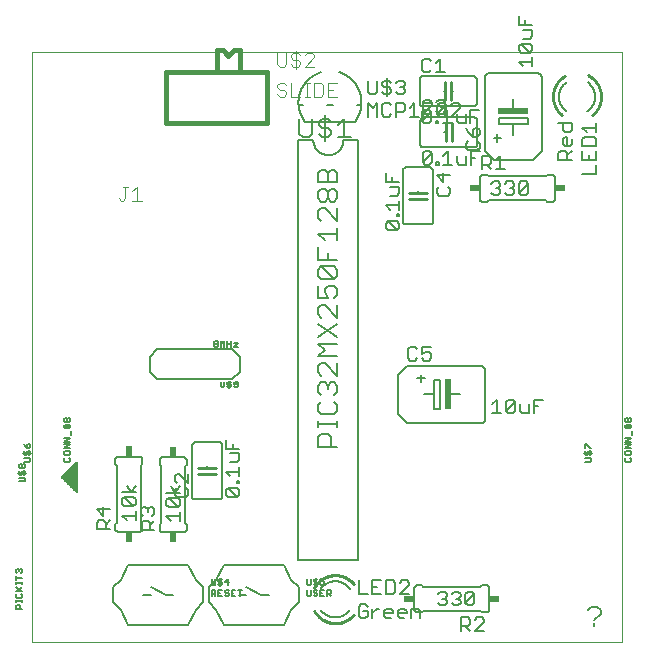
<source format=gto>
G75*
%MOIN*%
%OFA0B0*%
%FSLAX25Y25*%
%IPPOS*%
%LPD*%
%AMOC8*
5,1,8,0,0,1.08239X$1,22.5*
%
%ADD10C,0.00000*%
%ADD11C,0.00600*%
%ADD12C,0.01000*%
%ADD13C,0.00500*%
%ADD14R,0.02000X0.10000*%
%ADD15R,0.10000X0.02000*%
%ADD16C,0.00400*%
%ADD17R,0.03400X0.02400*%
%ADD18R,0.02400X0.03400*%
%ADD19C,0.00700*%
%ADD20C,0.01600*%
%ADD21C,0.00800*%
D10*
X0008500Y0001800D02*
X0008500Y0198650D01*
X0205350Y0198650D01*
X0205350Y0001800D01*
X0008500Y0001800D01*
D11*
X0037283Y0038709D02*
X0044283Y0038709D01*
X0044343Y0038711D01*
X0044404Y0038716D01*
X0044463Y0038725D01*
X0044522Y0038738D01*
X0044581Y0038754D01*
X0044638Y0038774D01*
X0044693Y0038797D01*
X0044748Y0038824D01*
X0044800Y0038853D01*
X0044851Y0038886D01*
X0044900Y0038922D01*
X0044946Y0038960D01*
X0044990Y0039002D01*
X0045032Y0039046D01*
X0045070Y0039092D01*
X0045106Y0039141D01*
X0045139Y0039192D01*
X0045168Y0039244D01*
X0045195Y0039299D01*
X0045218Y0039354D01*
X0045238Y0039411D01*
X0045254Y0039470D01*
X0045267Y0039529D01*
X0045276Y0039588D01*
X0045281Y0039649D01*
X0045283Y0039709D01*
X0045283Y0041209D01*
X0044783Y0041709D01*
X0044783Y0060709D01*
X0045283Y0061209D01*
X0045283Y0062709D01*
X0045281Y0062769D01*
X0045276Y0062830D01*
X0045267Y0062889D01*
X0045254Y0062948D01*
X0045238Y0063007D01*
X0045218Y0063064D01*
X0045195Y0063119D01*
X0045168Y0063174D01*
X0045139Y0063226D01*
X0045106Y0063277D01*
X0045070Y0063326D01*
X0045032Y0063372D01*
X0044990Y0063416D01*
X0044946Y0063458D01*
X0044900Y0063496D01*
X0044851Y0063532D01*
X0044800Y0063565D01*
X0044748Y0063594D01*
X0044693Y0063621D01*
X0044638Y0063644D01*
X0044581Y0063664D01*
X0044522Y0063680D01*
X0044463Y0063693D01*
X0044404Y0063702D01*
X0044343Y0063707D01*
X0044283Y0063709D01*
X0037283Y0063709D01*
X0037223Y0063707D01*
X0037162Y0063702D01*
X0037103Y0063693D01*
X0037044Y0063680D01*
X0036985Y0063664D01*
X0036928Y0063644D01*
X0036873Y0063621D01*
X0036818Y0063594D01*
X0036766Y0063565D01*
X0036715Y0063532D01*
X0036666Y0063496D01*
X0036620Y0063458D01*
X0036576Y0063416D01*
X0036534Y0063372D01*
X0036496Y0063326D01*
X0036460Y0063277D01*
X0036427Y0063226D01*
X0036398Y0063174D01*
X0036371Y0063119D01*
X0036348Y0063064D01*
X0036328Y0063007D01*
X0036312Y0062948D01*
X0036299Y0062889D01*
X0036290Y0062830D01*
X0036285Y0062769D01*
X0036283Y0062709D01*
X0036283Y0061209D01*
X0036783Y0060709D01*
X0036783Y0041709D01*
X0036283Y0041209D01*
X0036283Y0039709D01*
X0036285Y0039649D01*
X0036290Y0039588D01*
X0036299Y0039529D01*
X0036312Y0039470D01*
X0036328Y0039411D01*
X0036348Y0039354D01*
X0036371Y0039299D01*
X0036398Y0039244D01*
X0036427Y0039192D01*
X0036460Y0039141D01*
X0036496Y0039092D01*
X0036534Y0039046D01*
X0036576Y0039002D01*
X0036620Y0038960D01*
X0036666Y0038922D01*
X0036715Y0038886D01*
X0036766Y0038853D01*
X0036818Y0038824D01*
X0036873Y0038797D01*
X0036928Y0038774D01*
X0036985Y0038754D01*
X0037044Y0038738D01*
X0037103Y0038725D01*
X0037162Y0038716D01*
X0037223Y0038711D01*
X0037283Y0038709D01*
X0051047Y0039513D02*
X0051047Y0041013D01*
X0051547Y0041513D01*
X0051547Y0060513D01*
X0051047Y0061013D01*
X0051047Y0062513D01*
X0051049Y0062573D01*
X0051054Y0062634D01*
X0051063Y0062693D01*
X0051076Y0062752D01*
X0051092Y0062811D01*
X0051112Y0062868D01*
X0051135Y0062923D01*
X0051162Y0062978D01*
X0051191Y0063030D01*
X0051224Y0063081D01*
X0051260Y0063130D01*
X0051298Y0063176D01*
X0051340Y0063220D01*
X0051384Y0063262D01*
X0051430Y0063300D01*
X0051479Y0063336D01*
X0051530Y0063369D01*
X0051582Y0063398D01*
X0051637Y0063425D01*
X0051692Y0063448D01*
X0051749Y0063468D01*
X0051808Y0063484D01*
X0051867Y0063497D01*
X0051926Y0063506D01*
X0051987Y0063511D01*
X0052047Y0063513D01*
X0059047Y0063513D01*
X0059107Y0063511D01*
X0059168Y0063506D01*
X0059227Y0063497D01*
X0059286Y0063484D01*
X0059345Y0063468D01*
X0059402Y0063448D01*
X0059457Y0063425D01*
X0059512Y0063398D01*
X0059564Y0063369D01*
X0059615Y0063336D01*
X0059664Y0063300D01*
X0059710Y0063262D01*
X0059754Y0063220D01*
X0059796Y0063176D01*
X0059834Y0063130D01*
X0059870Y0063081D01*
X0059903Y0063030D01*
X0059932Y0062978D01*
X0059959Y0062923D01*
X0059982Y0062868D01*
X0060002Y0062811D01*
X0060018Y0062752D01*
X0060031Y0062693D01*
X0060040Y0062634D01*
X0060045Y0062573D01*
X0060047Y0062513D01*
X0060047Y0061013D01*
X0059547Y0060513D01*
X0059547Y0041513D01*
X0060047Y0041013D01*
X0060047Y0039513D01*
X0060045Y0039453D01*
X0060040Y0039392D01*
X0060031Y0039333D01*
X0060018Y0039274D01*
X0060002Y0039215D01*
X0059982Y0039158D01*
X0059959Y0039103D01*
X0059932Y0039048D01*
X0059903Y0038996D01*
X0059870Y0038945D01*
X0059834Y0038896D01*
X0059796Y0038850D01*
X0059754Y0038806D01*
X0059710Y0038764D01*
X0059664Y0038726D01*
X0059615Y0038690D01*
X0059564Y0038657D01*
X0059512Y0038628D01*
X0059457Y0038601D01*
X0059402Y0038578D01*
X0059345Y0038558D01*
X0059286Y0038542D01*
X0059227Y0038529D01*
X0059168Y0038520D01*
X0059107Y0038515D01*
X0059047Y0038513D01*
X0052047Y0038513D01*
X0051987Y0038515D01*
X0051926Y0038520D01*
X0051867Y0038529D01*
X0051808Y0038542D01*
X0051749Y0038558D01*
X0051692Y0038578D01*
X0051637Y0038601D01*
X0051582Y0038628D01*
X0051530Y0038657D01*
X0051479Y0038690D01*
X0051430Y0038726D01*
X0051384Y0038764D01*
X0051340Y0038806D01*
X0051298Y0038850D01*
X0051260Y0038896D01*
X0051224Y0038945D01*
X0051191Y0038996D01*
X0051162Y0039048D01*
X0051135Y0039103D01*
X0051112Y0039158D01*
X0051092Y0039215D01*
X0051076Y0039274D01*
X0051063Y0039333D01*
X0051054Y0039392D01*
X0051049Y0039453D01*
X0051047Y0039513D01*
X0061886Y0050524D02*
X0061886Y0067524D01*
X0061888Y0067584D01*
X0061893Y0067645D01*
X0061902Y0067704D01*
X0061915Y0067763D01*
X0061931Y0067822D01*
X0061951Y0067879D01*
X0061974Y0067934D01*
X0062001Y0067989D01*
X0062030Y0068041D01*
X0062063Y0068092D01*
X0062099Y0068141D01*
X0062137Y0068187D01*
X0062179Y0068231D01*
X0062223Y0068273D01*
X0062269Y0068311D01*
X0062318Y0068347D01*
X0062369Y0068380D01*
X0062421Y0068409D01*
X0062476Y0068436D01*
X0062531Y0068459D01*
X0062588Y0068479D01*
X0062647Y0068495D01*
X0062706Y0068508D01*
X0062765Y0068517D01*
X0062826Y0068522D01*
X0062886Y0068524D01*
X0070886Y0068524D01*
X0070946Y0068522D01*
X0071007Y0068517D01*
X0071066Y0068508D01*
X0071125Y0068495D01*
X0071184Y0068479D01*
X0071241Y0068459D01*
X0071296Y0068436D01*
X0071351Y0068409D01*
X0071403Y0068380D01*
X0071454Y0068347D01*
X0071503Y0068311D01*
X0071549Y0068273D01*
X0071593Y0068231D01*
X0071635Y0068187D01*
X0071673Y0068141D01*
X0071709Y0068092D01*
X0071742Y0068041D01*
X0071771Y0067989D01*
X0071798Y0067934D01*
X0071821Y0067879D01*
X0071841Y0067822D01*
X0071857Y0067763D01*
X0071870Y0067704D01*
X0071879Y0067645D01*
X0071884Y0067584D01*
X0071886Y0067524D01*
X0071886Y0050524D01*
X0071884Y0050464D01*
X0071879Y0050403D01*
X0071870Y0050344D01*
X0071857Y0050285D01*
X0071841Y0050226D01*
X0071821Y0050169D01*
X0071798Y0050114D01*
X0071771Y0050059D01*
X0071742Y0050007D01*
X0071709Y0049956D01*
X0071673Y0049907D01*
X0071635Y0049861D01*
X0071593Y0049817D01*
X0071549Y0049775D01*
X0071503Y0049737D01*
X0071454Y0049701D01*
X0071403Y0049668D01*
X0071351Y0049639D01*
X0071296Y0049612D01*
X0071241Y0049589D01*
X0071184Y0049569D01*
X0071125Y0049553D01*
X0071066Y0049540D01*
X0071007Y0049531D01*
X0070946Y0049526D01*
X0070886Y0049524D01*
X0062886Y0049524D01*
X0062826Y0049526D01*
X0062765Y0049531D01*
X0062706Y0049540D01*
X0062647Y0049553D01*
X0062588Y0049569D01*
X0062531Y0049589D01*
X0062476Y0049612D01*
X0062421Y0049639D01*
X0062369Y0049668D01*
X0062318Y0049701D01*
X0062269Y0049737D01*
X0062223Y0049775D01*
X0062179Y0049817D01*
X0062137Y0049861D01*
X0062099Y0049907D01*
X0062063Y0049956D01*
X0062030Y0050007D01*
X0062001Y0050059D01*
X0061974Y0050114D01*
X0061951Y0050169D01*
X0061931Y0050226D01*
X0061915Y0050285D01*
X0061902Y0050344D01*
X0061893Y0050403D01*
X0061888Y0050464D01*
X0061886Y0050524D01*
X0066886Y0057524D02*
X0066886Y0058024D01*
X0066886Y0060024D02*
X0066886Y0060524D01*
X0097319Y0029241D02*
X0097319Y0168741D01*
X0097319Y0169241D02*
X0102319Y0169241D01*
X0102321Y0169101D01*
X0102327Y0168961D01*
X0102337Y0168821D01*
X0102350Y0168681D01*
X0102368Y0168542D01*
X0102390Y0168403D01*
X0102415Y0168266D01*
X0102444Y0168128D01*
X0102477Y0167992D01*
X0102514Y0167857D01*
X0102555Y0167723D01*
X0102600Y0167590D01*
X0102648Y0167458D01*
X0102700Y0167328D01*
X0102755Y0167199D01*
X0102814Y0167072D01*
X0102877Y0166946D01*
X0102943Y0166822D01*
X0103012Y0166701D01*
X0103085Y0166581D01*
X0103162Y0166463D01*
X0103241Y0166348D01*
X0103324Y0166234D01*
X0103410Y0166124D01*
X0103499Y0166015D01*
X0103591Y0165909D01*
X0103686Y0165806D01*
X0103783Y0165705D01*
X0103884Y0165608D01*
X0103987Y0165513D01*
X0104093Y0165421D01*
X0104202Y0165332D01*
X0104312Y0165246D01*
X0104426Y0165163D01*
X0104541Y0165084D01*
X0104659Y0165007D01*
X0104779Y0164934D01*
X0104900Y0164865D01*
X0105024Y0164799D01*
X0105150Y0164736D01*
X0105277Y0164677D01*
X0105406Y0164622D01*
X0105536Y0164570D01*
X0105668Y0164522D01*
X0105801Y0164477D01*
X0105935Y0164436D01*
X0106070Y0164399D01*
X0106206Y0164366D01*
X0106344Y0164337D01*
X0106481Y0164312D01*
X0106620Y0164290D01*
X0106759Y0164272D01*
X0106899Y0164259D01*
X0107039Y0164249D01*
X0107179Y0164243D01*
X0107319Y0164241D01*
X0107459Y0164243D01*
X0107599Y0164249D01*
X0107739Y0164259D01*
X0107879Y0164272D01*
X0108018Y0164290D01*
X0108157Y0164312D01*
X0108294Y0164337D01*
X0108432Y0164366D01*
X0108568Y0164399D01*
X0108703Y0164436D01*
X0108837Y0164477D01*
X0108970Y0164522D01*
X0109102Y0164570D01*
X0109232Y0164622D01*
X0109361Y0164677D01*
X0109488Y0164736D01*
X0109614Y0164799D01*
X0109738Y0164865D01*
X0109859Y0164934D01*
X0109979Y0165007D01*
X0110097Y0165084D01*
X0110212Y0165163D01*
X0110326Y0165246D01*
X0110436Y0165332D01*
X0110545Y0165421D01*
X0110651Y0165513D01*
X0110754Y0165608D01*
X0110855Y0165705D01*
X0110952Y0165806D01*
X0111047Y0165909D01*
X0111139Y0166015D01*
X0111228Y0166124D01*
X0111314Y0166234D01*
X0111397Y0166348D01*
X0111476Y0166463D01*
X0111553Y0166581D01*
X0111626Y0166701D01*
X0111695Y0166822D01*
X0111761Y0166946D01*
X0111824Y0167072D01*
X0111883Y0167199D01*
X0111938Y0167328D01*
X0111990Y0167458D01*
X0112038Y0167590D01*
X0112083Y0167723D01*
X0112124Y0167857D01*
X0112161Y0167992D01*
X0112194Y0168128D01*
X0112223Y0168266D01*
X0112248Y0168403D01*
X0112270Y0168542D01*
X0112288Y0168681D01*
X0112301Y0168821D01*
X0112311Y0168961D01*
X0112317Y0169101D01*
X0112319Y0169241D01*
X0117319Y0169241D01*
X0117319Y0029241D01*
X0097319Y0029241D01*
X0109602Y0022170D02*
X0109756Y0022168D01*
X0109910Y0022162D01*
X0110064Y0022152D01*
X0110218Y0022138D01*
X0110371Y0022121D01*
X0110523Y0022099D01*
X0110675Y0022073D01*
X0110827Y0022044D01*
X0110977Y0022010D01*
X0111127Y0021973D01*
X0111275Y0021932D01*
X0111423Y0021887D01*
X0111569Y0021838D01*
X0111714Y0021786D01*
X0111857Y0021730D01*
X0112000Y0021670D01*
X0112140Y0021607D01*
X0112279Y0021540D01*
X0112416Y0021469D01*
X0112551Y0021395D01*
X0112684Y0021318D01*
X0112816Y0021237D01*
X0112945Y0021153D01*
X0113072Y0021065D01*
X0113196Y0020974D01*
X0113318Y0020881D01*
X0113438Y0020783D01*
X0113555Y0020683D01*
X0113670Y0020580D01*
X0113782Y0020474D01*
X0113891Y0020366D01*
X0113997Y0020254D01*
X0114101Y0020140D01*
X0114201Y0020023D01*
X0114299Y0019904D01*
X0114393Y0019782D01*
X0114484Y0019657D01*
X0109602Y0010170D02*
X0109450Y0010172D01*
X0109299Y0010178D01*
X0109148Y0010187D01*
X0108996Y0010201D01*
X0108846Y0010218D01*
X0108696Y0010239D01*
X0108546Y0010264D01*
X0108397Y0010292D01*
X0108249Y0010325D01*
X0108102Y0010361D01*
X0107955Y0010400D01*
X0107810Y0010444D01*
X0107666Y0010491D01*
X0107523Y0010542D01*
X0107382Y0010596D01*
X0107241Y0010654D01*
X0107103Y0010715D01*
X0106966Y0010780D01*
X0106830Y0010849D01*
X0106697Y0010920D01*
X0106565Y0010995D01*
X0106435Y0011074D01*
X0106308Y0011155D01*
X0106182Y0011240D01*
X0106058Y0011328D01*
X0105937Y0011419D01*
X0105818Y0011513D01*
X0105702Y0011611D01*
X0105588Y0011711D01*
X0105476Y0011813D01*
X0105368Y0011919D01*
X0105262Y0012027D01*
X0105158Y0012138D01*
X0105058Y0012252D01*
X0104960Y0012368D01*
X0104866Y0012487D01*
X0109602Y0010170D02*
X0109754Y0010172D01*
X0109905Y0010178D01*
X0110056Y0010187D01*
X0110208Y0010201D01*
X0110358Y0010218D01*
X0110508Y0010239D01*
X0110658Y0010264D01*
X0110807Y0010292D01*
X0110955Y0010325D01*
X0111102Y0010361D01*
X0111249Y0010400D01*
X0111394Y0010444D01*
X0111538Y0010491D01*
X0111681Y0010542D01*
X0111822Y0010596D01*
X0111963Y0010654D01*
X0112101Y0010715D01*
X0112238Y0010780D01*
X0112374Y0010849D01*
X0112507Y0010920D01*
X0112639Y0010995D01*
X0112769Y0011074D01*
X0112896Y0011155D01*
X0113022Y0011240D01*
X0113146Y0011328D01*
X0113267Y0011419D01*
X0113386Y0011513D01*
X0113502Y0011611D01*
X0113616Y0011711D01*
X0113728Y0011813D01*
X0113836Y0011919D01*
X0113942Y0012027D01*
X0114046Y0012138D01*
X0114146Y0012252D01*
X0114244Y0012368D01*
X0114338Y0012487D01*
X0109602Y0022170D02*
X0109452Y0022168D01*
X0109301Y0022162D01*
X0109151Y0022153D01*
X0109002Y0022140D01*
X0108852Y0022123D01*
X0108703Y0022102D01*
X0108555Y0022078D01*
X0108407Y0022050D01*
X0108260Y0022018D01*
X0108114Y0021983D01*
X0107969Y0021943D01*
X0107825Y0021901D01*
X0107682Y0021854D01*
X0107540Y0021804D01*
X0107399Y0021751D01*
X0107260Y0021694D01*
X0107122Y0021634D01*
X0106986Y0021570D01*
X0106852Y0021503D01*
X0106719Y0021432D01*
X0106588Y0021358D01*
X0106459Y0021281D01*
X0106332Y0021200D01*
X0106207Y0021117D01*
X0106084Y0021030D01*
X0105963Y0020941D01*
X0105845Y0020848D01*
X0105729Y0020752D01*
X0105615Y0020654D01*
X0105504Y0020553D01*
X0105395Y0020448D01*
X0105290Y0020342D01*
X0105186Y0020232D01*
X0105086Y0020120D01*
X0104988Y0020006D01*
X0104894Y0019889D01*
X0104802Y0019770D01*
X0135961Y0019867D02*
X0135961Y0012867D01*
X0135963Y0012807D01*
X0135968Y0012746D01*
X0135977Y0012687D01*
X0135990Y0012628D01*
X0136006Y0012569D01*
X0136026Y0012512D01*
X0136049Y0012457D01*
X0136076Y0012402D01*
X0136105Y0012350D01*
X0136138Y0012299D01*
X0136174Y0012250D01*
X0136212Y0012204D01*
X0136254Y0012160D01*
X0136298Y0012118D01*
X0136344Y0012080D01*
X0136393Y0012044D01*
X0136444Y0012011D01*
X0136496Y0011982D01*
X0136551Y0011955D01*
X0136606Y0011932D01*
X0136663Y0011912D01*
X0136722Y0011896D01*
X0136781Y0011883D01*
X0136840Y0011874D01*
X0136901Y0011869D01*
X0136961Y0011867D01*
X0138461Y0011867D01*
X0138961Y0012367D01*
X0157961Y0012367D01*
X0158461Y0011867D01*
X0159961Y0011867D01*
X0160021Y0011869D01*
X0160082Y0011874D01*
X0160141Y0011883D01*
X0160200Y0011896D01*
X0160259Y0011912D01*
X0160316Y0011932D01*
X0160371Y0011955D01*
X0160426Y0011982D01*
X0160478Y0012011D01*
X0160529Y0012044D01*
X0160578Y0012080D01*
X0160624Y0012118D01*
X0160668Y0012160D01*
X0160710Y0012204D01*
X0160748Y0012250D01*
X0160784Y0012299D01*
X0160817Y0012350D01*
X0160846Y0012402D01*
X0160873Y0012457D01*
X0160896Y0012512D01*
X0160916Y0012569D01*
X0160932Y0012628D01*
X0160945Y0012687D01*
X0160954Y0012746D01*
X0160959Y0012807D01*
X0160961Y0012867D01*
X0160961Y0019867D01*
X0160959Y0019927D01*
X0160954Y0019988D01*
X0160945Y0020047D01*
X0160932Y0020106D01*
X0160916Y0020165D01*
X0160896Y0020222D01*
X0160873Y0020277D01*
X0160846Y0020332D01*
X0160817Y0020384D01*
X0160784Y0020435D01*
X0160748Y0020484D01*
X0160710Y0020530D01*
X0160668Y0020574D01*
X0160624Y0020616D01*
X0160578Y0020654D01*
X0160529Y0020690D01*
X0160478Y0020723D01*
X0160426Y0020752D01*
X0160371Y0020779D01*
X0160316Y0020802D01*
X0160259Y0020822D01*
X0160200Y0020838D01*
X0160141Y0020851D01*
X0160082Y0020860D01*
X0160021Y0020865D01*
X0159961Y0020867D01*
X0158461Y0020867D01*
X0157961Y0020367D01*
X0138961Y0020367D01*
X0138461Y0020867D01*
X0136961Y0020867D01*
X0136901Y0020865D01*
X0136840Y0020860D01*
X0136781Y0020851D01*
X0136722Y0020838D01*
X0136663Y0020822D01*
X0136606Y0020802D01*
X0136551Y0020779D01*
X0136496Y0020752D01*
X0136444Y0020723D01*
X0136393Y0020690D01*
X0136344Y0020654D01*
X0136298Y0020616D01*
X0136254Y0020574D01*
X0136212Y0020530D01*
X0136174Y0020484D01*
X0136138Y0020435D01*
X0136105Y0020384D01*
X0136076Y0020332D01*
X0136049Y0020277D01*
X0136026Y0020222D01*
X0136006Y0020165D01*
X0135990Y0020106D01*
X0135977Y0020047D01*
X0135968Y0019988D01*
X0135963Y0019927D01*
X0135961Y0019867D01*
X0133654Y0074938D02*
X0130654Y0077938D01*
X0130654Y0090938D01*
X0133654Y0093938D01*
X0158154Y0093938D01*
X0158230Y0093936D01*
X0158306Y0093930D01*
X0158381Y0093921D01*
X0158456Y0093907D01*
X0158530Y0093890D01*
X0158603Y0093869D01*
X0158675Y0093845D01*
X0158746Y0093816D01*
X0158815Y0093785D01*
X0158882Y0093750D01*
X0158947Y0093711D01*
X0159011Y0093669D01*
X0159072Y0093624D01*
X0159131Y0093576D01*
X0159187Y0093525D01*
X0159241Y0093471D01*
X0159292Y0093415D01*
X0159340Y0093356D01*
X0159385Y0093295D01*
X0159427Y0093231D01*
X0159466Y0093166D01*
X0159501Y0093099D01*
X0159532Y0093030D01*
X0159561Y0092959D01*
X0159585Y0092887D01*
X0159606Y0092814D01*
X0159623Y0092740D01*
X0159637Y0092665D01*
X0159646Y0092590D01*
X0159652Y0092514D01*
X0159654Y0092438D01*
X0159654Y0076438D01*
X0159652Y0076362D01*
X0159646Y0076286D01*
X0159637Y0076211D01*
X0159623Y0076136D01*
X0159606Y0076062D01*
X0159585Y0075989D01*
X0159561Y0075917D01*
X0159532Y0075846D01*
X0159501Y0075777D01*
X0159466Y0075710D01*
X0159427Y0075645D01*
X0159385Y0075581D01*
X0159340Y0075520D01*
X0159292Y0075461D01*
X0159241Y0075405D01*
X0159187Y0075351D01*
X0159131Y0075300D01*
X0159072Y0075252D01*
X0159011Y0075207D01*
X0158947Y0075165D01*
X0158882Y0075126D01*
X0158815Y0075091D01*
X0158746Y0075060D01*
X0158675Y0075031D01*
X0158603Y0075007D01*
X0158530Y0074986D01*
X0158456Y0074969D01*
X0158381Y0074955D01*
X0158306Y0074946D01*
X0158230Y0074940D01*
X0158154Y0074938D01*
X0133654Y0074938D01*
X0142654Y0079638D02*
X0144654Y0079638D01*
X0144654Y0089238D01*
X0142654Y0089238D01*
X0142654Y0084438D01*
X0142654Y0079638D01*
X0142654Y0084438D02*
X0139154Y0084438D01*
X0138154Y0088538D02*
X0138154Y0091038D01*
X0139454Y0089838D02*
X0136854Y0089838D01*
X0147654Y0084438D02*
X0151154Y0084438D01*
X0141122Y0141119D02*
X0133122Y0141119D01*
X0133062Y0141121D01*
X0133001Y0141126D01*
X0132942Y0141135D01*
X0132883Y0141148D01*
X0132824Y0141164D01*
X0132767Y0141184D01*
X0132712Y0141207D01*
X0132657Y0141234D01*
X0132605Y0141263D01*
X0132554Y0141296D01*
X0132505Y0141332D01*
X0132459Y0141370D01*
X0132415Y0141412D01*
X0132373Y0141456D01*
X0132335Y0141502D01*
X0132299Y0141551D01*
X0132266Y0141602D01*
X0132237Y0141654D01*
X0132210Y0141709D01*
X0132187Y0141764D01*
X0132167Y0141821D01*
X0132151Y0141880D01*
X0132138Y0141939D01*
X0132129Y0141998D01*
X0132124Y0142059D01*
X0132122Y0142119D01*
X0132122Y0159119D01*
X0132124Y0159179D01*
X0132129Y0159240D01*
X0132138Y0159299D01*
X0132151Y0159358D01*
X0132167Y0159417D01*
X0132187Y0159474D01*
X0132210Y0159529D01*
X0132237Y0159584D01*
X0132266Y0159636D01*
X0132299Y0159687D01*
X0132335Y0159736D01*
X0132373Y0159782D01*
X0132415Y0159826D01*
X0132459Y0159868D01*
X0132505Y0159906D01*
X0132554Y0159942D01*
X0132605Y0159975D01*
X0132657Y0160004D01*
X0132712Y0160031D01*
X0132767Y0160054D01*
X0132824Y0160074D01*
X0132883Y0160090D01*
X0132942Y0160103D01*
X0133001Y0160112D01*
X0133062Y0160117D01*
X0133122Y0160119D01*
X0141122Y0160119D01*
X0141182Y0160117D01*
X0141243Y0160112D01*
X0141302Y0160103D01*
X0141361Y0160090D01*
X0141420Y0160074D01*
X0141477Y0160054D01*
X0141532Y0160031D01*
X0141587Y0160004D01*
X0141639Y0159975D01*
X0141690Y0159942D01*
X0141739Y0159906D01*
X0141785Y0159868D01*
X0141829Y0159826D01*
X0141871Y0159782D01*
X0141909Y0159736D01*
X0141945Y0159687D01*
X0141978Y0159636D01*
X0142007Y0159584D01*
X0142034Y0159529D01*
X0142057Y0159474D01*
X0142077Y0159417D01*
X0142093Y0159358D01*
X0142106Y0159299D01*
X0142115Y0159240D01*
X0142120Y0159179D01*
X0142122Y0159119D01*
X0142122Y0142119D01*
X0142120Y0142059D01*
X0142115Y0141998D01*
X0142106Y0141939D01*
X0142093Y0141880D01*
X0142077Y0141821D01*
X0142057Y0141764D01*
X0142034Y0141709D01*
X0142007Y0141654D01*
X0141978Y0141602D01*
X0141945Y0141551D01*
X0141909Y0141502D01*
X0141871Y0141456D01*
X0141829Y0141412D01*
X0141785Y0141370D01*
X0141739Y0141332D01*
X0141690Y0141296D01*
X0141639Y0141263D01*
X0141587Y0141234D01*
X0141532Y0141207D01*
X0141477Y0141184D01*
X0141420Y0141164D01*
X0141361Y0141148D01*
X0141302Y0141135D01*
X0141243Y0141126D01*
X0141182Y0141121D01*
X0141122Y0141119D01*
X0137122Y0149119D02*
X0137122Y0149619D01*
X0137122Y0151619D02*
X0137122Y0152119D01*
X0138976Y0166761D02*
X0155976Y0166761D01*
X0156036Y0166763D01*
X0156097Y0166768D01*
X0156156Y0166777D01*
X0156215Y0166790D01*
X0156274Y0166806D01*
X0156331Y0166826D01*
X0156386Y0166849D01*
X0156441Y0166876D01*
X0156493Y0166905D01*
X0156544Y0166938D01*
X0156593Y0166974D01*
X0156639Y0167012D01*
X0156683Y0167054D01*
X0156725Y0167098D01*
X0156763Y0167144D01*
X0156799Y0167193D01*
X0156832Y0167244D01*
X0156861Y0167296D01*
X0156888Y0167351D01*
X0156911Y0167406D01*
X0156931Y0167463D01*
X0156947Y0167522D01*
X0156960Y0167581D01*
X0156969Y0167640D01*
X0156974Y0167701D01*
X0156976Y0167761D01*
X0156976Y0175761D01*
X0156974Y0175821D01*
X0156969Y0175882D01*
X0156960Y0175941D01*
X0156947Y0176000D01*
X0156931Y0176059D01*
X0156911Y0176116D01*
X0156888Y0176171D01*
X0156861Y0176226D01*
X0156832Y0176278D01*
X0156799Y0176329D01*
X0156763Y0176378D01*
X0156725Y0176424D01*
X0156683Y0176468D01*
X0156639Y0176510D01*
X0156593Y0176548D01*
X0156544Y0176584D01*
X0156493Y0176617D01*
X0156441Y0176646D01*
X0156386Y0176673D01*
X0156331Y0176696D01*
X0156274Y0176716D01*
X0156215Y0176732D01*
X0156156Y0176745D01*
X0156097Y0176754D01*
X0156036Y0176759D01*
X0155976Y0176761D01*
X0138976Y0176761D01*
X0138916Y0176759D01*
X0138855Y0176754D01*
X0138796Y0176745D01*
X0138737Y0176732D01*
X0138678Y0176716D01*
X0138621Y0176696D01*
X0138566Y0176673D01*
X0138511Y0176646D01*
X0138459Y0176617D01*
X0138408Y0176584D01*
X0138359Y0176548D01*
X0138313Y0176510D01*
X0138269Y0176468D01*
X0138227Y0176424D01*
X0138189Y0176378D01*
X0138153Y0176329D01*
X0138120Y0176278D01*
X0138091Y0176226D01*
X0138064Y0176171D01*
X0138041Y0176116D01*
X0138021Y0176059D01*
X0138005Y0176000D01*
X0137992Y0175941D01*
X0137983Y0175882D01*
X0137978Y0175821D01*
X0137976Y0175761D01*
X0137976Y0167761D01*
X0137978Y0167701D01*
X0137983Y0167640D01*
X0137992Y0167581D01*
X0138005Y0167522D01*
X0138021Y0167463D01*
X0138041Y0167406D01*
X0138064Y0167351D01*
X0138091Y0167296D01*
X0138120Y0167244D01*
X0138153Y0167193D01*
X0138189Y0167144D01*
X0138227Y0167098D01*
X0138269Y0167054D01*
X0138313Y0167012D01*
X0138359Y0166974D01*
X0138408Y0166938D01*
X0138459Y0166905D01*
X0138511Y0166876D01*
X0138566Y0166849D01*
X0138621Y0166826D01*
X0138678Y0166806D01*
X0138737Y0166790D01*
X0138796Y0166777D01*
X0138855Y0166768D01*
X0138916Y0166763D01*
X0138976Y0166761D01*
X0145976Y0171761D02*
X0146476Y0171761D01*
X0148476Y0171761D02*
X0148976Y0171761D01*
X0155780Y0180540D02*
X0138780Y0180540D01*
X0138720Y0180542D01*
X0138659Y0180547D01*
X0138600Y0180556D01*
X0138541Y0180569D01*
X0138482Y0180585D01*
X0138425Y0180605D01*
X0138370Y0180628D01*
X0138315Y0180655D01*
X0138263Y0180684D01*
X0138212Y0180717D01*
X0138163Y0180753D01*
X0138117Y0180791D01*
X0138073Y0180833D01*
X0138031Y0180877D01*
X0137993Y0180923D01*
X0137957Y0180972D01*
X0137924Y0181023D01*
X0137895Y0181075D01*
X0137868Y0181130D01*
X0137845Y0181185D01*
X0137825Y0181242D01*
X0137809Y0181301D01*
X0137796Y0181360D01*
X0137787Y0181419D01*
X0137782Y0181480D01*
X0137780Y0181540D01*
X0137780Y0189540D01*
X0137782Y0189600D01*
X0137787Y0189661D01*
X0137796Y0189720D01*
X0137809Y0189779D01*
X0137825Y0189838D01*
X0137845Y0189895D01*
X0137868Y0189950D01*
X0137895Y0190005D01*
X0137924Y0190057D01*
X0137957Y0190108D01*
X0137993Y0190157D01*
X0138031Y0190203D01*
X0138073Y0190247D01*
X0138117Y0190289D01*
X0138163Y0190327D01*
X0138212Y0190363D01*
X0138263Y0190396D01*
X0138315Y0190425D01*
X0138370Y0190452D01*
X0138425Y0190475D01*
X0138482Y0190495D01*
X0138541Y0190511D01*
X0138600Y0190524D01*
X0138659Y0190533D01*
X0138720Y0190538D01*
X0138780Y0190540D01*
X0155780Y0190540D01*
X0155840Y0190538D01*
X0155901Y0190533D01*
X0155960Y0190524D01*
X0156019Y0190511D01*
X0156078Y0190495D01*
X0156135Y0190475D01*
X0156190Y0190452D01*
X0156245Y0190425D01*
X0156297Y0190396D01*
X0156348Y0190363D01*
X0156397Y0190327D01*
X0156443Y0190289D01*
X0156487Y0190247D01*
X0156529Y0190203D01*
X0156567Y0190157D01*
X0156603Y0190108D01*
X0156636Y0190057D01*
X0156665Y0190005D01*
X0156692Y0189950D01*
X0156715Y0189895D01*
X0156735Y0189838D01*
X0156751Y0189779D01*
X0156764Y0189720D01*
X0156773Y0189661D01*
X0156778Y0189600D01*
X0156780Y0189540D01*
X0156780Y0181540D01*
X0156778Y0181480D01*
X0156773Y0181419D01*
X0156764Y0181360D01*
X0156751Y0181301D01*
X0156735Y0181242D01*
X0156715Y0181185D01*
X0156692Y0181130D01*
X0156665Y0181075D01*
X0156636Y0181023D01*
X0156603Y0180972D01*
X0156567Y0180923D01*
X0156529Y0180877D01*
X0156487Y0180833D01*
X0156443Y0180791D01*
X0156397Y0180753D01*
X0156348Y0180717D01*
X0156297Y0180684D01*
X0156245Y0180655D01*
X0156190Y0180628D01*
X0156135Y0180605D01*
X0156078Y0180585D01*
X0156019Y0180569D01*
X0155960Y0180556D01*
X0155901Y0180547D01*
X0155840Y0180542D01*
X0155780Y0180540D01*
X0148780Y0185540D02*
X0148280Y0185540D01*
X0146280Y0185540D02*
X0145780Y0185540D01*
X0159472Y0190036D02*
X0159472Y0165536D01*
X0162472Y0162536D01*
X0175472Y0162536D01*
X0178472Y0165536D01*
X0178472Y0190036D01*
X0178470Y0190112D01*
X0178464Y0190188D01*
X0178455Y0190263D01*
X0178441Y0190338D01*
X0178424Y0190412D01*
X0178403Y0190485D01*
X0178379Y0190557D01*
X0178350Y0190628D01*
X0178319Y0190697D01*
X0178284Y0190764D01*
X0178245Y0190829D01*
X0178203Y0190893D01*
X0178158Y0190954D01*
X0178110Y0191013D01*
X0178059Y0191069D01*
X0178005Y0191123D01*
X0177949Y0191174D01*
X0177890Y0191222D01*
X0177829Y0191267D01*
X0177765Y0191309D01*
X0177700Y0191348D01*
X0177633Y0191383D01*
X0177564Y0191414D01*
X0177493Y0191443D01*
X0177421Y0191467D01*
X0177348Y0191488D01*
X0177274Y0191505D01*
X0177199Y0191519D01*
X0177124Y0191528D01*
X0177048Y0191534D01*
X0176972Y0191536D01*
X0160972Y0191536D01*
X0160896Y0191534D01*
X0160820Y0191528D01*
X0160745Y0191519D01*
X0160670Y0191505D01*
X0160596Y0191488D01*
X0160523Y0191467D01*
X0160451Y0191443D01*
X0160380Y0191414D01*
X0160311Y0191383D01*
X0160244Y0191348D01*
X0160179Y0191309D01*
X0160115Y0191267D01*
X0160054Y0191222D01*
X0159995Y0191174D01*
X0159939Y0191123D01*
X0159885Y0191069D01*
X0159834Y0191013D01*
X0159786Y0190954D01*
X0159741Y0190893D01*
X0159699Y0190829D01*
X0159660Y0190764D01*
X0159625Y0190697D01*
X0159594Y0190628D01*
X0159565Y0190557D01*
X0159541Y0190485D01*
X0159520Y0190412D01*
X0159503Y0190338D01*
X0159489Y0190263D01*
X0159480Y0190188D01*
X0159474Y0190112D01*
X0159472Y0190036D01*
X0168972Y0183036D02*
X0168972Y0179536D01*
X0168972Y0174536D02*
X0164172Y0174536D01*
X0164172Y0176536D01*
X0173772Y0176536D01*
X0173772Y0174536D01*
X0168972Y0174536D01*
X0168972Y0171036D01*
X0164872Y0170036D02*
X0162372Y0170036D01*
X0163572Y0171336D02*
X0163572Y0168736D01*
X0160272Y0157678D02*
X0160772Y0157178D01*
X0179772Y0157178D01*
X0180272Y0157678D01*
X0181772Y0157678D01*
X0181832Y0157676D01*
X0181893Y0157671D01*
X0181952Y0157662D01*
X0182011Y0157649D01*
X0182070Y0157633D01*
X0182127Y0157613D01*
X0182182Y0157590D01*
X0182237Y0157563D01*
X0182289Y0157534D01*
X0182340Y0157501D01*
X0182389Y0157465D01*
X0182435Y0157427D01*
X0182479Y0157385D01*
X0182521Y0157341D01*
X0182559Y0157295D01*
X0182595Y0157246D01*
X0182628Y0157195D01*
X0182657Y0157143D01*
X0182684Y0157088D01*
X0182707Y0157033D01*
X0182727Y0156976D01*
X0182743Y0156917D01*
X0182756Y0156858D01*
X0182765Y0156799D01*
X0182770Y0156738D01*
X0182772Y0156678D01*
X0182772Y0149678D01*
X0182770Y0149618D01*
X0182765Y0149557D01*
X0182756Y0149498D01*
X0182743Y0149439D01*
X0182727Y0149380D01*
X0182707Y0149323D01*
X0182684Y0149268D01*
X0182657Y0149213D01*
X0182628Y0149161D01*
X0182595Y0149110D01*
X0182559Y0149061D01*
X0182521Y0149015D01*
X0182479Y0148971D01*
X0182435Y0148929D01*
X0182389Y0148891D01*
X0182340Y0148855D01*
X0182289Y0148822D01*
X0182237Y0148793D01*
X0182182Y0148766D01*
X0182127Y0148743D01*
X0182070Y0148723D01*
X0182011Y0148707D01*
X0181952Y0148694D01*
X0181893Y0148685D01*
X0181832Y0148680D01*
X0181772Y0148678D01*
X0180272Y0148678D01*
X0179772Y0149178D01*
X0160772Y0149178D01*
X0160272Y0148678D01*
X0158772Y0148678D01*
X0158712Y0148680D01*
X0158651Y0148685D01*
X0158592Y0148694D01*
X0158533Y0148707D01*
X0158474Y0148723D01*
X0158417Y0148743D01*
X0158362Y0148766D01*
X0158307Y0148793D01*
X0158255Y0148822D01*
X0158204Y0148855D01*
X0158155Y0148891D01*
X0158109Y0148929D01*
X0158065Y0148971D01*
X0158023Y0149015D01*
X0157985Y0149061D01*
X0157949Y0149110D01*
X0157916Y0149161D01*
X0157887Y0149213D01*
X0157860Y0149268D01*
X0157837Y0149323D01*
X0157817Y0149380D01*
X0157801Y0149439D01*
X0157788Y0149498D01*
X0157779Y0149557D01*
X0157774Y0149618D01*
X0157772Y0149678D01*
X0157772Y0156678D01*
X0157774Y0156738D01*
X0157779Y0156799D01*
X0157788Y0156858D01*
X0157801Y0156917D01*
X0157817Y0156976D01*
X0157837Y0157033D01*
X0157860Y0157088D01*
X0157887Y0157143D01*
X0157916Y0157195D01*
X0157949Y0157246D01*
X0157985Y0157295D01*
X0158023Y0157341D01*
X0158065Y0157385D01*
X0158109Y0157427D01*
X0158155Y0157465D01*
X0158204Y0157501D01*
X0158255Y0157534D01*
X0158307Y0157563D01*
X0158362Y0157590D01*
X0158417Y0157613D01*
X0158474Y0157633D01*
X0158533Y0157649D01*
X0158592Y0157662D01*
X0158651Y0157671D01*
X0158712Y0157676D01*
X0158772Y0157678D01*
X0160272Y0157678D01*
X0184193Y0183729D02*
X0184195Y0183881D01*
X0184201Y0184032D01*
X0184210Y0184183D01*
X0184224Y0184335D01*
X0184241Y0184485D01*
X0184262Y0184635D01*
X0184287Y0184785D01*
X0184315Y0184934D01*
X0184348Y0185082D01*
X0184384Y0185229D01*
X0184423Y0185376D01*
X0184467Y0185521D01*
X0184514Y0185665D01*
X0184565Y0185808D01*
X0184619Y0185949D01*
X0184677Y0186090D01*
X0184738Y0186228D01*
X0184803Y0186365D01*
X0184872Y0186501D01*
X0184943Y0186634D01*
X0185018Y0186766D01*
X0185097Y0186896D01*
X0185178Y0187023D01*
X0185263Y0187149D01*
X0185351Y0187273D01*
X0185442Y0187394D01*
X0185536Y0187513D01*
X0185634Y0187629D01*
X0185734Y0187743D01*
X0185836Y0187855D01*
X0185942Y0187963D01*
X0186050Y0188069D01*
X0186161Y0188173D01*
X0186275Y0188273D01*
X0186391Y0188371D01*
X0186510Y0188465D01*
X0196193Y0183729D02*
X0196191Y0183575D01*
X0196185Y0183421D01*
X0196175Y0183267D01*
X0196161Y0183113D01*
X0196144Y0182960D01*
X0196122Y0182808D01*
X0196096Y0182656D01*
X0196067Y0182504D01*
X0196033Y0182354D01*
X0195996Y0182204D01*
X0195955Y0182056D01*
X0195910Y0181908D01*
X0195861Y0181762D01*
X0195809Y0181617D01*
X0195753Y0181474D01*
X0195693Y0181331D01*
X0195630Y0181191D01*
X0195563Y0181052D01*
X0195492Y0180915D01*
X0195418Y0180780D01*
X0195341Y0180647D01*
X0195260Y0180515D01*
X0195176Y0180386D01*
X0195088Y0180259D01*
X0194997Y0180135D01*
X0194904Y0180013D01*
X0194806Y0179893D01*
X0194706Y0179776D01*
X0194603Y0179661D01*
X0194497Y0179549D01*
X0194389Y0179440D01*
X0194277Y0179334D01*
X0194163Y0179230D01*
X0194046Y0179130D01*
X0193927Y0179032D01*
X0193805Y0178938D01*
X0193680Y0178847D01*
X0196193Y0183729D02*
X0196191Y0183879D01*
X0196185Y0184030D01*
X0196176Y0184180D01*
X0196163Y0184329D01*
X0196146Y0184479D01*
X0196125Y0184628D01*
X0196101Y0184776D01*
X0196073Y0184924D01*
X0196041Y0185071D01*
X0196006Y0185217D01*
X0195966Y0185362D01*
X0195924Y0185506D01*
X0195877Y0185649D01*
X0195827Y0185791D01*
X0195774Y0185932D01*
X0195717Y0186071D01*
X0195657Y0186209D01*
X0195593Y0186345D01*
X0195526Y0186479D01*
X0195455Y0186612D01*
X0195381Y0186743D01*
X0195304Y0186872D01*
X0195223Y0186999D01*
X0195140Y0187124D01*
X0195053Y0187247D01*
X0194964Y0187368D01*
X0194871Y0187486D01*
X0194775Y0187602D01*
X0194677Y0187716D01*
X0194576Y0187827D01*
X0194471Y0187936D01*
X0194365Y0188041D01*
X0194255Y0188145D01*
X0194143Y0188245D01*
X0194029Y0188343D01*
X0193912Y0188437D01*
X0193793Y0188529D01*
X0184193Y0183729D02*
X0184195Y0183577D01*
X0184201Y0183426D01*
X0184210Y0183275D01*
X0184224Y0183123D01*
X0184241Y0182973D01*
X0184262Y0182823D01*
X0184287Y0182673D01*
X0184315Y0182524D01*
X0184348Y0182376D01*
X0184384Y0182229D01*
X0184423Y0182082D01*
X0184467Y0181937D01*
X0184514Y0181793D01*
X0184565Y0181650D01*
X0184619Y0181509D01*
X0184677Y0181368D01*
X0184738Y0181230D01*
X0184803Y0181093D01*
X0184872Y0180957D01*
X0184943Y0180824D01*
X0185018Y0180692D01*
X0185097Y0180562D01*
X0185178Y0180435D01*
X0185263Y0180309D01*
X0185351Y0180185D01*
X0185442Y0180064D01*
X0185536Y0179945D01*
X0185634Y0179829D01*
X0185734Y0179715D01*
X0185836Y0179603D01*
X0185942Y0179495D01*
X0186050Y0179389D01*
X0186161Y0179285D01*
X0186275Y0179185D01*
X0186391Y0179087D01*
X0186510Y0178993D01*
X0194868Y0013505D02*
X0197003Y0013505D01*
X0198070Y0012438D01*
X0198070Y0011370D01*
X0195935Y0009235D01*
X0195935Y0008168D02*
X0195935Y0007100D01*
X0193800Y0012438D02*
X0194868Y0013505D01*
D12*
X0109603Y0024170D02*
X0109411Y0024168D01*
X0109219Y0024161D01*
X0109027Y0024149D01*
X0108835Y0024133D01*
X0108644Y0024112D01*
X0108454Y0024087D01*
X0108264Y0024057D01*
X0108075Y0024023D01*
X0107887Y0023984D01*
X0107700Y0023940D01*
X0107514Y0023892D01*
X0107329Y0023840D01*
X0107145Y0023783D01*
X0106963Y0023722D01*
X0106783Y0023656D01*
X0106604Y0023586D01*
X0106426Y0023512D01*
X0106251Y0023434D01*
X0106077Y0023351D01*
X0105906Y0023264D01*
X0105737Y0023174D01*
X0105570Y0023079D01*
X0105405Y0022980D01*
X0105242Y0022877D01*
X0105083Y0022770D01*
X0104925Y0022660D01*
X0104771Y0022546D01*
X0104619Y0022428D01*
X0104470Y0022306D01*
X0104324Y0022181D01*
X0104182Y0022053D01*
X0104042Y0021921D01*
X0103905Y0021786D01*
X0103772Y0021647D01*
X0103642Y0021506D01*
X0103516Y0021361D01*
X0103393Y0021213D01*
X0103274Y0021063D01*
X0103158Y0020909D01*
X0103046Y0020753D01*
X0102938Y0020594D01*
X0102833Y0020433D01*
X0102733Y0020269D01*
X0102637Y0020103D01*
X0102544Y0019935D01*
X0102656Y0012201D02*
X0102755Y0012032D01*
X0102859Y0011866D01*
X0102966Y0011702D01*
X0103077Y0011541D01*
X0103192Y0011383D01*
X0103311Y0011228D01*
X0103434Y0011075D01*
X0103560Y0010926D01*
X0103690Y0010780D01*
X0103824Y0010637D01*
X0103961Y0010497D01*
X0104101Y0010361D01*
X0104245Y0010228D01*
X0104392Y0010099D01*
X0104542Y0009973D01*
X0104695Y0009852D01*
X0104851Y0009733D01*
X0105010Y0009619D01*
X0105171Y0009509D01*
X0105336Y0009403D01*
X0105502Y0009300D01*
X0105672Y0009202D01*
X0105843Y0009108D01*
X0106017Y0009018D01*
X0106193Y0008933D01*
X0106371Y0008851D01*
X0106551Y0008775D01*
X0106733Y0008702D01*
X0106916Y0008634D01*
X0107101Y0008571D01*
X0107288Y0008512D01*
X0107476Y0008458D01*
X0107665Y0008408D01*
X0107855Y0008363D01*
X0108047Y0008323D01*
X0108239Y0008287D01*
X0108432Y0008256D01*
X0108626Y0008230D01*
X0108821Y0008208D01*
X0109016Y0008192D01*
X0109211Y0008180D01*
X0109407Y0008172D01*
X0109602Y0008170D01*
X0109795Y0008172D01*
X0109988Y0008179D01*
X0110180Y0008191D01*
X0110373Y0008207D01*
X0110565Y0008228D01*
X0110756Y0008254D01*
X0110946Y0008284D01*
X0111136Y0008319D01*
X0111325Y0008358D01*
X0111513Y0008402D01*
X0111700Y0008450D01*
X0111886Y0008503D01*
X0112070Y0008560D01*
X0112253Y0008622D01*
X0112434Y0008688D01*
X0112614Y0008759D01*
X0112792Y0008833D01*
X0112968Y0008912D01*
X0113142Y0008996D01*
X0113314Y0009083D01*
X0113484Y0009175D01*
X0113651Y0009271D01*
X0113817Y0009370D01*
X0113980Y0009474D01*
X0114140Y0009581D01*
X0114297Y0009693D01*
X0114452Y0009808D01*
X0114604Y0009927D01*
X0114753Y0010049D01*
X0114900Y0010175D01*
X0115043Y0010305D01*
X0115183Y0010438D01*
X0115319Y0010574D01*
X0115453Y0010714D01*
X0115582Y0010856D01*
X0115709Y0011002D01*
X0115748Y0021292D02*
X0115621Y0021440D01*
X0115491Y0021585D01*
X0115358Y0021726D01*
X0115221Y0021865D01*
X0115081Y0022000D01*
X0114937Y0022131D01*
X0114790Y0022259D01*
X0114641Y0022384D01*
X0114488Y0022505D01*
X0114333Y0022622D01*
X0114174Y0022735D01*
X0114013Y0022844D01*
X0113849Y0022949D01*
X0113683Y0023051D01*
X0113514Y0023148D01*
X0113344Y0023241D01*
X0113170Y0023330D01*
X0112995Y0023415D01*
X0112818Y0023495D01*
X0112639Y0023571D01*
X0112458Y0023643D01*
X0112275Y0023710D01*
X0112091Y0023773D01*
X0111905Y0023831D01*
X0111718Y0023885D01*
X0111530Y0023934D01*
X0111340Y0023979D01*
X0111150Y0024019D01*
X0110958Y0024054D01*
X0110766Y0024085D01*
X0110573Y0024111D01*
X0110379Y0024132D01*
X0110185Y0024149D01*
X0109991Y0024161D01*
X0109797Y0024168D01*
X0109602Y0024170D01*
X0069886Y0058024D02*
X0066886Y0058024D01*
X0063886Y0058024D01*
X0063886Y0060024D02*
X0066886Y0060024D01*
X0069886Y0060024D01*
X0134122Y0149619D02*
X0137122Y0149619D01*
X0140122Y0149619D01*
X0140122Y0151619D02*
X0137122Y0151619D01*
X0134122Y0151619D01*
X0146476Y0168761D02*
X0146476Y0171761D01*
X0146476Y0174761D01*
X0148476Y0174761D02*
X0148476Y0171761D01*
X0148476Y0168761D01*
X0148280Y0182540D02*
X0148280Y0185540D01*
X0148280Y0188540D01*
X0146280Y0188540D02*
X0146280Y0185540D01*
X0146280Y0182540D01*
X0193958Y0190788D02*
X0194126Y0190695D01*
X0194292Y0190599D01*
X0194456Y0190499D01*
X0194617Y0190394D01*
X0194776Y0190286D01*
X0194932Y0190174D01*
X0195086Y0190058D01*
X0195236Y0189939D01*
X0195384Y0189816D01*
X0195529Y0189690D01*
X0195670Y0189560D01*
X0195809Y0189427D01*
X0195944Y0189290D01*
X0196076Y0189150D01*
X0196204Y0189008D01*
X0196329Y0188862D01*
X0196451Y0188713D01*
X0196569Y0188561D01*
X0196683Y0188407D01*
X0196793Y0188249D01*
X0196900Y0188090D01*
X0197003Y0187927D01*
X0197102Y0187762D01*
X0197197Y0187595D01*
X0197287Y0187426D01*
X0197374Y0187255D01*
X0197457Y0187081D01*
X0197535Y0186906D01*
X0197609Y0186728D01*
X0197679Y0186549D01*
X0197745Y0186369D01*
X0197806Y0186187D01*
X0197863Y0186003D01*
X0197915Y0185818D01*
X0197963Y0185632D01*
X0198007Y0185445D01*
X0198046Y0185257D01*
X0198080Y0185068D01*
X0198110Y0184878D01*
X0198135Y0184688D01*
X0198156Y0184497D01*
X0198172Y0184305D01*
X0198184Y0184113D01*
X0198191Y0183921D01*
X0198193Y0183729D01*
X0186224Y0190675D02*
X0186055Y0190576D01*
X0185889Y0190472D01*
X0185725Y0190365D01*
X0185564Y0190254D01*
X0185406Y0190139D01*
X0185251Y0190020D01*
X0185098Y0189897D01*
X0184949Y0189771D01*
X0184803Y0189641D01*
X0184660Y0189507D01*
X0184520Y0189370D01*
X0184384Y0189230D01*
X0184251Y0189086D01*
X0184122Y0188939D01*
X0183996Y0188789D01*
X0183875Y0188636D01*
X0183756Y0188480D01*
X0183642Y0188321D01*
X0183532Y0188160D01*
X0183426Y0187995D01*
X0183323Y0187829D01*
X0183225Y0187659D01*
X0183131Y0187488D01*
X0183041Y0187314D01*
X0182956Y0187138D01*
X0182874Y0186960D01*
X0182798Y0186780D01*
X0182725Y0186598D01*
X0182657Y0186415D01*
X0182594Y0186230D01*
X0182535Y0186043D01*
X0182481Y0185855D01*
X0182431Y0185666D01*
X0182386Y0185476D01*
X0182346Y0185284D01*
X0182310Y0185092D01*
X0182279Y0184899D01*
X0182253Y0184705D01*
X0182231Y0184510D01*
X0182215Y0184315D01*
X0182203Y0184120D01*
X0182195Y0183924D01*
X0182193Y0183729D01*
X0182195Y0183536D01*
X0182202Y0183343D01*
X0182214Y0183151D01*
X0182230Y0182958D01*
X0182251Y0182766D01*
X0182277Y0182575D01*
X0182307Y0182385D01*
X0182342Y0182195D01*
X0182381Y0182006D01*
X0182425Y0181818D01*
X0182473Y0181631D01*
X0182526Y0181445D01*
X0182583Y0181261D01*
X0182645Y0181078D01*
X0182711Y0180897D01*
X0182782Y0180717D01*
X0182856Y0180539D01*
X0182935Y0180363D01*
X0183019Y0180189D01*
X0183106Y0180017D01*
X0183198Y0179847D01*
X0183294Y0179680D01*
X0183393Y0179514D01*
X0183497Y0179351D01*
X0183604Y0179191D01*
X0183716Y0179034D01*
X0183831Y0178879D01*
X0183950Y0178727D01*
X0184072Y0178578D01*
X0184198Y0178431D01*
X0184328Y0178288D01*
X0184461Y0178148D01*
X0184597Y0178012D01*
X0184737Y0177878D01*
X0184879Y0177749D01*
X0185025Y0177622D01*
X0195315Y0177583D02*
X0195463Y0177710D01*
X0195608Y0177840D01*
X0195749Y0177973D01*
X0195888Y0178110D01*
X0196023Y0178250D01*
X0196154Y0178394D01*
X0196282Y0178541D01*
X0196407Y0178690D01*
X0196528Y0178843D01*
X0196645Y0178998D01*
X0196758Y0179157D01*
X0196867Y0179318D01*
X0196972Y0179482D01*
X0197074Y0179648D01*
X0197171Y0179817D01*
X0197264Y0179987D01*
X0197353Y0180161D01*
X0197438Y0180336D01*
X0197518Y0180513D01*
X0197594Y0180692D01*
X0197666Y0180873D01*
X0197733Y0181056D01*
X0197796Y0181240D01*
X0197854Y0181426D01*
X0197908Y0181613D01*
X0197957Y0181801D01*
X0198002Y0181991D01*
X0198042Y0182181D01*
X0198077Y0182373D01*
X0198108Y0182565D01*
X0198134Y0182758D01*
X0198155Y0182952D01*
X0198172Y0183146D01*
X0198184Y0183340D01*
X0198191Y0183534D01*
X0198193Y0183729D01*
D13*
X0196443Y0174878D02*
X0196443Y0171875D01*
X0196443Y0173376D02*
X0191939Y0173376D01*
X0193440Y0171875D01*
X0192690Y0170274D02*
X0191939Y0169523D01*
X0191939Y0167271D01*
X0196443Y0167271D01*
X0196443Y0169523D01*
X0195692Y0170274D01*
X0192690Y0170274D01*
X0188443Y0169523D02*
X0188443Y0168022D01*
X0187692Y0167271D01*
X0186191Y0167271D01*
X0185440Y0168022D01*
X0185440Y0169523D01*
X0186191Y0170274D01*
X0186942Y0170274D01*
X0186942Y0167271D01*
X0186191Y0165670D02*
X0186942Y0164919D01*
X0186942Y0162667D01*
X0188443Y0162667D02*
X0183939Y0162667D01*
X0183939Y0164919D01*
X0184690Y0165670D01*
X0186191Y0165670D01*
X0186942Y0164169D02*
X0188443Y0165670D01*
X0191939Y0165670D02*
X0191939Y0162667D01*
X0196443Y0162667D01*
X0196443Y0165670D01*
X0194191Y0164169D02*
X0194191Y0162667D01*
X0196443Y0161066D02*
X0196443Y0158063D01*
X0191939Y0158063D01*
X0187692Y0171875D02*
X0186191Y0171875D01*
X0185440Y0172626D01*
X0185440Y0174878D01*
X0183939Y0174878D02*
X0188443Y0174878D01*
X0188443Y0172626D01*
X0187692Y0171875D01*
X0173081Y0155432D02*
X0173832Y0154681D01*
X0170830Y0151679D01*
X0171580Y0150928D01*
X0173081Y0150928D01*
X0173832Y0151679D01*
X0173832Y0154681D01*
X0173081Y0155432D02*
X0171580Y0155432D01*
X0170830Y0154681D01*
X0170830Y0151679D01*
X0169228Y0151679D02*
X0168477Y0150928D01*
X0166976Y0150928D01*
X0166226Y0151679D01*
X0164624Y0151679D02*
X0164624Y0152429D01*
X0163874Y0153180D01*
X0163123Y0153180D01*
X0163874Y0153180D02*
X0164624Y0153931D01*
X0164624Y0154681D01*
X0163874Y0155432D01*
X0162372Y0155432D01*
X0161622Y0154681D01*
X0161622Y0151679D02*
X0162372Y0150928D01*
X0163874Y0150928D01*
X0164624Y0151679D01*
X0166226Y0154681D02*
X0166976Y0155432D01*
X0168477Y0155432D01*
X0169228Y0154681D01*
X0169228Y0153931D01*
X0168477Y0153180D01*
X0169228Y0152429D01*
X0169228Y0151679D01*
X0168477Y0153180D02*
X0167727Y0153180D01*
X0166128Y0159428D02*
X0163126Y0159428D01*
X0164627Y0159428D02*
X0164627Y0163932D01*
X0163126Y0162431D01*
X0161524Y0163181D02*
X0161524Y0161680D01*
X0160774Y0160929D01*
X0158522Y0160929D01*
X0160023Y0160929D02*
X0161524Y0159428D01*
X0158522Y0159428D02*
X0158522Y0163932D01*
X0160774Y0163932D01*
X0161524Y0163181D01*
X0157843Y0165514D02*
X0154840Y0165514D01*
X0154840Y0161011D01*
X0153239Y0161011D02*
X0153239Y0164013D01*
X0154840Y0163263D02*
X0156341Y0163263D01*
X0156972Y0165786D02*
X0153969Y0165786D01*
X0153219Y0166537D01*
X0153219Y0168038D01*
X0153969Y0168789D01*
X0155471Y0170390D02*
X0155471Y0172642D01*
X0156221Y0173393D01*
X0156972Y0173393D01*
X0157722Y0172642D01*
X0157722Y0171141D01*
X0156972Y0170390D01*
X0155471Y0170390D01*
X0153969Y0171891D01*
X0153219Y0173393D01*
X0153042Y0174790D02*
X0150790Y0174790D01*
X0150039Y0175541D01*
X0150039Y0177793D01*
X0151207Y0177050D02*
X0148204Y0177050D01*
X0151207Y0180053D01*
X0151207Y0180803D01*
X0150456Y0181554D01*
X0148955Y0181554D01*
X0148204Y0180803D01*
X0146603Y0180803D02*
X0143600Y0177801D01*
X0144351Y0177050D01*
X0145852Y0177050D01*
X0146603Y0177801D01*
X0146603Y0180803D01*
X0145852Y0181554D01*
X0144351Y0181554D01*
X0143600Y0180803D01*
X0143600Y0177801D01*
X0144081Y0178011D02*
X0143330Y0178761D01*
X0144081Y0178011D02*
X0145582Y0178011D01*
X0146333Y0178761D01*
X0146333Y0179512D01*
X0145582Y0180263D01*
X0144832Y0180263D01*
X0145582Y0180263D02*
X0146333Y0181013D01*
X0146333Y0181764D01*
X0145582Y0182514D01*
X0144081Y0182514D01*
X0143330Y0181764D01*
X0141999Y0181554D02*
X0141999Y0180803D01*
X0138996Y0177801D01*
X0138996Y0177050D01*
X0139477Y0178011D02*
X0140978Y0178011D01*
X0141729Y0178761D01*
X0141532Y0178543D02*
X0138530Y0175541D01*
X0139280Y0174790D01*
X0140781Y0174790D01*
X0141532Y0175541D01*
X0141532Y0178543D01*
X0140781Y0179294D01*
X0139280Y0179294D01*
X0138530Y0178543D01*
X0138530Y0175541D01*
X0137395Y0177050D02*
X0134392Y0177050D01*
X0135894Y0177050D02*
X0135894Y0181554D01*
X0134392Y0180053D01*
X0132791Y0180803D02*
X0132791Y0179302D01*
X0132040Y0178551D01*
X0129789Y0178551D01*
X0129789Y0177050D02*
X0129789Y0181554D01*
X0132040Y0181554D01*
X0132791Y0180803D01*
X0132040Y0184550D02*
X0130539Y0184550D01*
X0129789Y0185301D01*
X0128187Y0185301D02*
X0127437Y0184550D01*
X0125935Y0184550D01*
X0125185Y0185301D01*
X0123583Y0185301D02*
X0122833Y0184550D01*
X0121331Y0184550D01*
X0120581Y0185301D01*
X0120581Y0189054D01*
X0123583Y0189054D02*
X0123583Y0185301D01*
X0125185Y0187553D02*
X0125185Y0188303D01*
X0125935Y0189054D01*
X0127437Y0189054D01*
X0128187Y0188303D01*
X0129789Y0188303D02*
X0130539Y0189054D01*
X0132040Y0189054D01*
X0132791Y0188303D01*
X0132791Y0187553D01*
X0132040Y0186802D01*
X0132791Y0186051D01*
X0132791Y0185301D01*
X0132040Y0184550D01*
X0132040Y0186802D02*
X0131290Y0186802D01*
X0128187Y0186051D02*
X0127437Y0186802D01*
X0125935Y0186802D01*
X0125185Y0187553D01*
X0126686Y0189804D02*
X0126686Y0183799D01*
X0128187Y0185301D02*
X0128187Y0186051D01*
X0127437Y0181554D02*
X0125935Y0181554D01*
X0125185Y0180803D01*
X0125185Y0177801D01*
X0125935Y0177050D01*
X0127437Y0177050D01*
X0128187Y0177801D01*
X0128187Y0180803D02*
X0127437Y0181554D01*
X0123583Y0181554D02*
X0123583Y0177050D01*
X0120581Y0177050D02*
X0120581Y0181554D01*
X0122082Y0180053D01*
X0123583Y0181554D01*
X0118283Y0180800D02*
X0116704Y0180800D01*
X0116077Y0175300D02*
X0099585Y0175300D01*
X0098958Y0180800D02*
X0097378Y0180800D01*
X0106704Y0180800D02*
X0108958Y0180800D01*
X0099585Y0175300D02*
X0099432Y0175499D01*
X0099284Y0175701D01*
X0099141Y0175906D01*
X0099003Y0176115D01*
X0098870Y0176327D01*
X0098742Y0176542D01*
X0098620Y0176760D01*
X0098502Y0176981D01*
X0098390Y0177205D01*
X0098283Y0177431D01*
X0098182Y0177660D01*
X0098086Y0177891D01*
X0097995Y0178125D01*
X0097910Y0178360D01*
X0097831Y0178598D01*
X0097758Y0178837D01*
X0097690Y0179078D01*
X0097628Y0179320D01*
X0097572Y0179564D01*
X0097521Y0179810D01*
X0097477Y0180056D01*
X0097438Y0180303D01*
X0097406Y0180551D01*
X0097379Y0180800D01*
X0110927Y0191833D02*
X0111169Y0191755D01*
X0111409Y0191671D01*
X0111647Y0191582D01*
X0111883Y0191486D01*
X0112117Y0191385D01*
X0112348Y0191279D01*
X0112576Y0191166D01*
X0112802Y0191049D01*
X0113025Y0190926D01*
X0113244Y0190797D01*
X0113461Y0190663D01*
X0113674Y0190524D01*
X0113884Y0190380D01*
X0114090Y0190231D01*
X0114292Y0190077D01*
X0114491Y0189918D01*
X0114686Y0189754D01*
X0114877Y0189585D01*
X0115063Y0189412D01*
X0115246Y0189235D01*
X0115424Y0189053D01*
X0115597Y0188867D01*
X0115766Y0188676D01*
X0115930Y0188482D01*
X0116090Y0188284D01*
X0116245Y0188082D01*
X0116394Y0187876D01*
X0116539Y0187667D01*
X0116679Y0187454D01*
X0116813Y0187238D01*
X0116942Y0187018D01*
X0117066Y0186796D01*
X0117185Y0186571D01*
X0117297Y0186343D01*
X0117405Y0186112D01*
X0117506Y0185879D01*
X0117602Y0185643D01*
X0117693Y0185405D01*
X0117777Y0185165D01*
X0117856Y0184923D01*
X0117929Y0184679D01*
X0117995Y0184433D01*
X0118056Y0184186D01*
X0118111Y0183938D01*
X0118160Y0183688D01*
X0118203Y0183437D01*
X0118239Y0183185D01*
X0118270Y0182933D01*
X0118294Y0182679D01*
X0118312Y0182426D01*
X0118324Y0182171D01*
X0118330Y0181917D01*
X0118330Y0181662D01*
X0118324Y0181408D01*
X0118311Y0181154D01*
X0118292Y0180900D01*
X0118267Y0180647D01*
X0118236Y0180394D01*
X0118199Y0180142D01*
X0118156Y0179892D01*
X0118107Y0179642D01*
X0118052Y0179393D01*
X0117990Y0179146D01*
X0117923Y0178901D01*
X0117850Y0178657D01*
X0117771Y0178415D01*
X0117686Y0178176D01*
X0117595Y0177938D01*
X0117498Y0177702D01*
X0117396Y0177469D01*
X0117288Y0177239D01*
X0117175Y0177011D01*
X0117056Y0176786D01*
X0116932Y0176564D01*
X0116803Y0176345D01*
X0116668Y0176129D01*
X0116528Y0175916D01*
X0116382Y0175707D01*
X0116232Y0175502D01*
X0116077Y0175300D01*
X0097379Y0180800D02*
X0097357Y0181055D01*
X0097342Y0181311D01*
X0097334Y0181567D01*
X0097331Y0181824D01*
X0097335Y0182080D01*
X0097345Y0182336D01*
X0097361Y0182592D01*
X0097383Y0182847D01*
X0097412Y0183102D01*
X0097447Y0183356D01*
X0097488Y0183609D01*
X0097535Y0183861D01*
X0097589Y0184111D01*
X0097648Y0184360D01*
X0097714Y0184608D01*
X0097785Y0184854D01*
X0097863Y0185099D01*
X0097946Y0185341D01*
X0098035Y0185581D01*
X0098131Y0185819D01*
X0098232Y0186055D01*
X0098338Y0186288D01*
X0098451Y0186518D01*
X0098569Y0186746D01*
X0098692Y0186970D01*
X0098821Y0187192D01*
X0098955Y0187410D01*
X0099095Y0187625D01*
X0099240Y0187836D01*
X0099390Y0188044D01*
X0099544Y0188248D01*
X0099704Y0188449D01*
X0099869Y0188645D01*
X0100038Y0188837D01*
X0100213Y0189026D01*
X0100391Y0189209D01*
X0100574Y0189389D01*
X0100762Y0189564D01*
X0100953Y0189734D01*
X0101149Y0189899D01*
X0101349Y0190060D01*
X0101552Y0190216D01*
X0101759Y0190366D01*
X0101970Y0190512D01*
X0102185Y0190653D01*
X0102402Y0190788D01*
X0102623Y0190918D01*
X0102847Y0191042D01*
X0103074Y0191161D01*
X0103304Y0191274D01*
X0103537Y0191382D01*
X0103772Y0191484D01*
X0104010Y0191580D01*
X0104249Y0191670D01*
X0104491Y0191755D01*
X0104735Y0191833D01*
X0138530Y0192541D02*
X0139280Y0191790D01*
X0140781Y0191790D01*
X0141532Y0192541D01*
X0143133Y0191790D02*
X0146136Y0191790D01*
X0144635Y0191790D02*
X0144635Y0196294D01*
X0143133Y0194793D01*
X0141532Y0195543D02*
X0140781Y0196294D01*
X0139280Y0196294D01*
X0138530Y0195543D01*
X0138530Y0192541D01*
X0139477Y0182514D02*
X0138726Y0181764D01*
X0138726Y0178761D01*
X0139477Y0178011D01*
X0138996Y0181554D02*
X0141999Y0181554D01*
X0141729Y0181764D02*
X0140978Y0182514D01*
X0139477Y0182514D01*
X0145435Y0177793D02*
X0146937Y0179294D01*
X0146937Y0174790D01*
X0148438Y0174790D02*
X0145435Y0174790D01*
X0143884Y0174790D02*
X0143133Y0174790D01*
X0143133Y0175541D01*
X0143884Y0175541D01*
X0143884Y0174790D01*
X0153042Y0174790D02*
X0153042Y0177793D01*
X0154643Y0177042D02*
X0156145Y0177042D01*
X0154643Y0179294D02*
X0157646Y0179294D01*
X0154643Y0179294D02*
X0154643Y0174790D01*
X0156972Y0168789D02*
X0157722Y0168038D01*
X0157722Y0166537D01*
X0156972Y0165786D01*
X0153239Y0161011D02*
X0150987Y0161011D01*
X0150236Y0161761D01*
X0150236Y0164013D01*
X0148635Y0161011D02*
X0145632Y0161011D01*
X0147134Y0161011D02*
X0147134Y0165514D01*
X0145632Y0164013D01*
X0144081Y0161761D02*
X0143330Y0161761D01*
X0143330Y0161011D01*
X0144081Y0161011D01*
X0144081Y0161761D01*
X0141729Y0161761D02*
X0141729Y0164764D01*
X0138726Y0161761D01*
X0139477Y0161011D01*
X0140978Y0161011D01*
X0141729Y0161761D01*
X0141729Y0164764D02*
X0140978Y0165514D01*
X0139477Y0165514D01*
X0138726Y0164764D01*
X0138726Y0161761D01*
X0143368Y0157517D02*
X0145620Y0155265D01*
X0145620Y0158268D01*
X0147872Y0157517D02*
X0143368Y0157517D01*
X0144119Y0153664D02*
X0143368Y0152913D01*
X0143368Y0151412D01*
X0144119Y0150661D01*
X0147121Y0150661D01*
X0147872Y0151412D01*
X0147872Y0152913D01*
X0147121Y0153664D01*
X0130872Y0153664D02*
X0130872Y0151412D01*
X0130121Y0150661D01*
X0127869Y0150661D01*
X0127869Y0153664D02*
X0130872Y0153664D01*
X0130872Y0155265D02*
X0126368Y0155265D01*
X0126368Y0158267D01*
X0128620Y0156766D02*
X0128620Y0155265D01*
X0130872Y0149060D02*
X0130872Y0146057D01*
X0130872Y0147558D02*
X0126368Y0147558D01*
X0127869Y0146057D01*
X0130121Y0144506D02*
X0130872Y0144506D01*
X0130872Y0143755D01*
X0130121Y0143755D01*
X0130121Y0144506D01*
X0130121Y0142154D02*
X0127119Y0142154D01*
X0130121Y0139151D01*
X0130872Y0139902D01*
X0130872Y0141403D01*
X0130121Y0142154D01*
X0127119Y0142154D02*
X0126368Y0141403D01*
X0126368Y0139902D01*
X0127119Y0139151D01*
X0130121Y0139151D01*
X0134654Y0100192D02*
X0133904Y0099441D01*
X0133904Y0096438D01*
X0134654Y0095688D01*
X0136155Y0095688D01*
X0136906Y0096438D01*
X0138507Y0096438D02*
X0139258Y0095688D01*
X0140759Y0095688D01*
X0141510Y0096438D01*
X0141510Y0097940D01*
X0140759Y0098690D01*
X0140009Y0098690D01*
X0138507Y0097940D01*
X0138507Y0100192D01*
X0141510Y0100192D01*
X0136906Y0099441D02*
X0136155Y0100192D01*
X0134654Y0100192D01*
X0161904Y0081190D02*
X0163405Y0082692D01*
X0163405Y0078188D01*
X0161904Y0078188D02*
X0164906Y0078188D01*
X0166507Y0078938D02*
X0169510Y0081941D01*
X0169510Y0078938D01*
X0168759Y0078188D01*
X0167258Y0078188D01*
X0166507Y0078938D01*
X0166507Y0081941D01*
X0167258Y0082692D01*
X0168759Y0082692D01*
X0169510Y0081941D01*
X0171111Y0081190D02*
X0171111Y0078938D01*
X0171862Y0078188D01*
X0174114Y0078188D01*
X0174114Y0081190D01*
X0175715Y0080440D02*
X0177217Y0080440D01*
X0175715Y0082692D02*
X0178718Y0082692D01*
X0175715Y0082692D02*
X0175715Y0078188D01*
X0192848Y0067738D02*
X0192848Y0066470D01*
X0193165Y0065528D02*
X0192848Y0065211D01*
X0192848Y0064577D01*
X0193165Y0064260D01*
X0193482Y0064260D01*
X0193799Y0064577D01*
X0193799Y0065211D01*
X0194116Y0065528D01*
X0194433Y0065528D01*
X0194750Y0065211D01*
X0194750Y0064577D01*
X0194433Y0064260D01*
X0195067Y0064894D02*
X0192531Y0064894D01*
X0192848Y0063318D02*
X0194433Y0063318D01*
X0194750Y0063001D01*
X0194750Y0062367D01*
X0194433Y0062050D01*
X0192848Y0062050D01*
X0194433Y0066470D02*
X0194750Y0066470D01*
X0194433Y0066470D02*
X0193165Y0067738D01*
X0192848Y0067738D01*
X0206348Y0067738D02*
X0208250Y0067738D01*
X0206348Y0066470D01*
X0208250Y0066470D01*
X0207933Y0065528D02*
X0206665Y0065528D01*
X0206348Y0065211D01*
X0206348Y0064577D01*
X0206665Y0064260D01*
X0207933Y0064260D01*
X0208250Y0064577D01*
X0208250Y0065211D01*
X0207933Y0065528D01*
X0207933Y0063318D02*
X0208250Y0063001D01*
X0208250Y0062367D01*
X0207933Y0062050D01*
X0206665Y0062050D01*
X0206348Y0062367D01*
X0206348Y0063001D01*
X0206665Y0063318D01*
X0206348Y0068680D02*
X0208250Y0069947D01*
X0206348Y0069947D01*
X0206348Y0068680D02*
X0208250Y0068680D01*
X0208567Y0070890D02*
X0208567Y0072157D01*
X0207933Y0073099D02*
X0206665Y0074367D01*
X0207933Y0074367D01*
X0208250Y0074050D01*
X0208250Y0073416D01*
X0207933Y0073099D01*
X0206665Y0073099D01*
X0206348Y0073416D01*
X0206348Y0074050D01*
X0206665Y0074367D01*
X0206665Y0075309D02*
X0206982Y0075309D01*
X0207299Y0075626D01*
X0207299Y0076260D01*
X0207616Y0076577D01*
X0207933Y0076577D01*
X0208250Y0076260D01*
X0208250Y0075626D01*
X0207933Y0075309D01*
X0207616Y0075309D01*
X0207299Y0075626D01*
X0207299Y0076260D02*
X0206982Y0076577D01*
X0206665Y0076577D01*
X0206348Y0076260D01*
X0206348Y0075626D01*
X0206665Y0075309D01*
X0155259Y0018621D02*
X0153757Y0018621D01*
X0153007Y0017870D01*
X0153007Y0014868D01*
X0156009Y0017870D01*
X0156009Y0014868D01*
X0155259Y0014117D01*
X0153757Y0014117D01*
X0153007Y0014868D01*
X0151405Y0014868D02*
X0151405Y0015618D01*
X0150655Y0016369D01*
X0149904Y0016369D01*
X0150655Y0016369D02*
X0151405Y0017119D01*
X0151405Y0017870D01*
X0150655Y0018621D01*
X0149153Y0018621D01*
X0148403Y0017870D01*
X0146801Y0017870D02*
X0146801Y0017119D01*
X0146051Y0016369D01*
X0146801Y0015618D01*
X0146801Y0014868D01*
X0146051Y0014117D01*
X0144549Y0014117D01*
X0143799Y0014868D01*
X0145300Y0016369D02*
X0146051Y0016369D01*
X0146801Y0017870D02*
X0146051Y0018621D01*
X0144549Y0018621D01*
X0143799Y0017870D01*
X0148403Y0014868D02*
X0149153Y0014117D01*
X0150655Y0014117D01*
X0151405Y0014868D01*
X0151503Y0010121D02*
X0153755Y0010121D01*
X0154505Y0009370D01*
X0154505Y0007869D01*
X0153755Y0007118D01*
X0151503Y0007118D01*
X0153004Y0007118D02*
X0154505Y0005617D01*
X0156107Y0005617D02*
X0159109Y0008619D01*
X0159109Y0009370D01*
X0158359Y0010121D01*
X0156857Y0010121D01*
X0156107Y0009370D01*
X0156107Y0005617D02*
X0159109Y0005617D01*
X0151503Y0005617D02*
X0151503Y0010121D01*
X0156009Y0017870D02*
X0155259Y0018621D01*
X0138003Y0012172D02*
X0138003Y0009920D01*
X0138003Y0012172D02*
X0137253Y0012923D01*
X0135001Y0012923D01*
X0135001Y0009920D01*
X0133399Y0011421D02*
X0130397Y0011421D01*
X0130397Y0010671D02*
X0130397Y0012172D01*
X0131147Y0012923D01*
X0132649Y0012923D01*
X0133399Y0012172D01*
X0133399Y0011421D01*
X0132649Y0009920D02*
X0131147Y0009920D01*
X0130397Y0010671D01*
X0128795Y0011421D02*
X0125793Y0011421D01*
X0125793Y0010671D02*
X0125793Y0012172D01*
X0126544Y0012923D01*
X0128045Y0012923D01*
X0128795Y0012172D01*
X0128795Y0011421D01*
X0128045Y0009920D02*
X0126544Y0009920D01*
X0125793Y0010671D01*
X0124208Y0012923D02*
X0123458Y0012923D01*
X0121956Y0011421D01*
X0121956Y0009920D02*
X0121956Y0012923D01*
X0120355Y0013673D02*
X0119604Y0014424D01*
X0118103Y0014424D01*
X0117352Y0013673D01*
X0117352Y0010671D01*
X0118103Y0009920D01*
X0119604Y0009920D01*
X0120355Y0010671D01*
X0120355Y0012172D01*
X0118854Y0012172D01*
X0120355Y0017920D02*
X0117352Y0017920D01*
X0117352Y0022424D01*
X0121956Y0022424D02*
X0121956Y0017920D01*
X0124959Y0017920D01*
X0126560Y0017920D02*
X0128812Y0017920D01*
X0129563Y0018671D01*
X0129563Y0021673D01*
X0128812Y0022424D01*
X0126560Y0022424D01*
X0126560Y0017920D01*
X0123458Y0020172D02*
X0121956Y0020172D01*
X0121956Y0022424D02*
X0124959Y0022424D01*
X0131164Y0021673D02*
X0131915Y0022424D01*
X0133416Y0022424D01*
X0134167Y0021673D01*
X0134167Y0020923D01*
X0131164Y0017920D01*
X0134167Y0017920D01*
X0108084Y0018328D02*
X0107767Y0018011D01*
X0106817Y0018011D01*
X0107451Y0018011D02*
X0108084Y0017377D01*
X0108084Y0018328D02*
X0108084Y0018961D01*
X0107767Y0019278D01*
X0106817Y0019278D01*
X0106817Y0017377D01*
X0105875Y0017377D02*
X0104607Y0017377D01*
X0104607Y0019278D01*
X0105875Y0019278D01*
X0105241Y0018328D02*
X0104607Y0018328D01*
X0103665Y0018011D02*
X0103665Y0017694D01*
X0103348Y0017377D01*
X0102714Y0017377D01*
X0102397Y0017694D01*
X0102714Y0018328D02*
X0103348Y0018328D01*
X0103665Y0018011D01*
X0103665Y0018961D02*
X0103348Y0019278D01*
X0102714Y0019278D01*
X0102397Y0018961D01*
X0102397Y0018645D01*
X0102714Y0018328D01*
X0101455Y0017694D02*
X0101455Y0019278D01*
X0100187Y0019278D02*
X0100187Y0017694D01*
X0100504Y0017377D01*
X0101138Y0017377D01*
X0101455Y0017694D01*
X0101138Y0020877D02*
X0101455Y0021194D01*
X0101455Y0022778D01*
X0102397Y0022461D02*
X0102714Y0022778D01*
X0103348Y0022778D01*
X0103665Y0022461D01*
X0103348Y0021828D02*
X0103665Y0021511D01*
X0103665Y0021194D01*
X0103348Y0020877D01*
X0102714Y0020877D01*
X0102397Y0021194D01*
X0102714Y0021828D02*
X0102397Y0022145D01*
X0102397Y0022461D01*
X0102714Y0021828D02*
X0103348Y0021828D01*
X0104607Y0021828D02*
X0105241Y0022145D01*
X0105558Y0022145D01*
X0105875Y0021828D01*
X0105875Y0021194D01*
X0105558Y0020877D01*
X0104924Y0020877D01*
X0104607Y0021194D01*
X0104607Y0021828D02*
X0104607Y0022778D01*
X0105875Y0022778D01*
X0103031Y0023095D02*
X0103031Y0020560D01*
X0101138Y0020877D02*
X0100504Y0020877D01*
X0100187Y0021194D01*
X0100187Y0022778D01*
X0087437Y0017627D02*
X0084937Y0017627D01*
X0079937Y0020127D01*
X0078523Y0019278D02*
X0077255Y0019278D01*
X0077889Y0019278D02*
X0077889Y0017377D01*
X0077437Y0017627D02*
X0079937Y0017627D01*
X0076313Y0017377D02*
X0075045Y0017377D01*
X0075045Y0019278D01*
X0076313Y0019278D01*
X0075679Y0018328D02*
X0075045Y0018328D01*
X0074103Y0018011D02*
X0074103Y0017694D01*
X0073786Y0017377D01*
X0073152Y0017377D01*
X0072835Y0017694D01*
X0073152Y0018328D02*
X0073786Y0018328D01*
X0074103Y0018011D01*
X0074103Y0018961D02*
X0073786Y0019278D01*
X0073152Y0019278D01*
X0072835Y0018961D01*
X0072835Y0018645D01*
X0073152Y0018328D01*
X0071893Y0019278D02*
X0070625Y0019278D01*
X0070625Y0017377D01*
X0071893Y0017377D01*
X0071259Y0018328D02*
X0070625Y0018328D01*
X0069683Y0018328D02*
X0069366Y0018011D01*
X0068415Y0018011D01*
X0069049Y0018011D02*
X0069683Y0017377D01*
X0069683Y0018328D02*
X0069683Y0018961D01*
X0069366Y0019278D01*
X0068415Y0019278D01*
X0068415Y0017377D01*
X0068732Y0020877D02*
X0069366Y0020877D01*
X0069683Y0021194D01*
X0069683Y0022778D01*
X0070625Y0022461D02*
X0070942Y0022778D01*
X0071576Y0022778D01*
X0071893Y0022461D01*
X0071576Y0021828D02*
X0070942Y0021828D01*
X0070625Y0022145D01*
X0070625Y0022461D01*
X0071259Y0023095D02*
X0071259Y0020560D01*
X0070942Y0020877D02*
X0071576Y0020877D01*
X0071893Y0021194D01*
X0071893Y0021511D01*
X0071576Y0021828D01*
X0070625Y0021194D02*
X0070942Y0020877D01*
X0072835Y0021828D02*
X0074103Y0021828D01*
X0073786Y0022778D02*
X0073786Y0020877D01*
X0072835Y0021828D02*
X0073786Y0022778D01*
X0068415Y0022778D02*
X0068415Y0021194D01*
X0068732Y0020877D01*
X0055665Y0017627D02*
X0053165Y0017627D01*
X0048165Y0020127D01*
X0048165Y0017627D02*
X0045665Y0017627D01*
X0044793Y0039263D02*
X0044793Y0041515D01*
X0045544Y0042265D01*
X0047045Y0042265D01*
X0047796Y0041515D01*
X0047796Y0039263D01*
X0047796Y0040764D02*
X0049297Y0042265D01*
X0048547Y0043867D02*
X0049297Y0044617D01*
X0049297Y0046118D01*
X0048547Y0046869D01*
X0047796Y0046869D01*
X0047045Y0046118D01*
X0047045Y0045368D01*
X0047045Y0046118D02*
X0046295Y0046869D01*
X0045544Y0046869D01*
X0044793Y0046118D01*
X0044793Y0044617D01*
X0045544Y0043867D01*
X0043033Y0044061D02*
X0038530Y0044061D01*
X0040031Y0042559D01*
X0043033Y0042559D02*
X0043033Y0045562D01*
X0042283Y0047163D02*
X0043033Y0047914D01*
X0043033Y0049415D01*
X0042283Y0050166D01*
X0039280Y0050166D01*
X0042283Y0047163D01*
X0039280Y0047163D01*
X0038530Y0047914D01*
X0038530Y0049415D01*
X0039280Y0050166D01*
X0038530Y0051767D02*
X0043033Y0051767D01*
X0041532Y0051767D02*
X0043033Y0054019D01*
X0041532Y0051767D02*
X0040031Y0054019D01*
X0034533Y0046315D02*
X0030030Y0046315D01*
X0032282Y0044063D01*
X0032282Y0047066D01*
X0032282Y0042462D02*
X0030780Y0042462D01*
X0030030Y0041711D01*
X0030030Y0039459D01*
X0034533Y0039459D01*
X0033032Y0039459D02*
X0033032Y0041711D01*
X0032282Y0042462D01*
X0033032Y0040961D02*
X0034533Y0042462D01*
X0044793Y0039263D02*
X0049297Y0039263D01*
X0053293Y0043864D02*
X0057797Y0043864D01*
X0057797Y0042363D02*
X0057797Y0045365D01*
X0057047Y0046967D02*
X0057797Y0047717D01*
X0057797Y0049218D01*
X0057047Y0049969D01*
X0054044Y0049969D01*
X0057047Y0046967D01*
X0054044Y0046967D01*
X0053293Y0047717D01*
X0053293Y0049218D01*
X0054044Y0049969D01*
X0053293Y0051570D02*
X0057797Y0051570D01*
X0056296Y0051570D02*
X0057797Y0053822D01*
X0056883Y0053277D02*
X0056132Y0052526D01*
X0056132Y0051025D01*
X0056883Y0050274D01*
X0059885Y0050274D01*
X0060636Y0051025D01*
X0060636Y0052526D01*
X0059885Y0053277D01*
X0060636Y0054878D02*
X0057633Y0057881D01*
X0056883Y0057881D01*
X0056132Y0057130D01*
X0056132Y0055629D01*
X0056883Y0054878D01*
X0054795Y0053822D02*
X0056296Y0051570D01*
X0060636Y0054878D02*
X0060636Y0057881D01*
X0073132Y0058682D02*
X0077636Y0058682D01*
X0077636Y0060183D02*
X0077636Y0057180D01*
X0077636Y0055629D02*
X0077636Y0054878D01*
X0076885Y0054878D01*
X0076885Y0055629D01*
X0077636Y0055629D01*
X0076885Y0053277D02*
X0077636Y0052526D01*
X0077636Y0051025D01*
X0076885Y0050274D01*
X0073883Y0053277D01*
X0076885Y0053277D01*
X0076885Y0050274D02*
X0073883Y0050274D01*
X0073132Y0051025D01*
X0073132Y0052526D01*
X0073883Y0053277D01*
X0074633Y0057180D02*
X0073132Y0058682D01*
X0074633Y0061784D02*
X0076885Y0061784D01*
X0077636Y0062535D01*
X0077636Y0064787D01*
X0074633Y0064787D01*
X0075384Y0066388D02*
X0075384Y0067889D01*
X0077636Y0066388D02*
X0073132Y0066388D01*
X0073132Y0069391D01*
X0074216Y0086471D02*
X0074216Y0089006D01*
X0073899Y0088689D02*
X0074533Y0088689D01*
X0074850Y0088372D01*
X0074533Y0087739D02*
X0073899Y0087739D01*
X0073582Y0088056D01*
X0073582Y0088372D01*
X0073899Y0088689D01*
X0074533Y0087739D02*
X0074850Y0087422D01*
X0074850Y0087105D01*
X0074533Y0086788D01*
X0073899Y0086788D01*
X0073582Y0087105D01*
X0072640Y0087105D02*
X0072640Y0088689D01*
X0071372Y0088689D02*
X0071372Y0087105D01*
X0071689Y0086788D01*
X0072323Y0086788D01*
X0072640Y0087105D01*
X0075792Y0087105D02*
X0076109Y0086788D01*
X0076743Y0086788D01*
X0077060Y0087105D01*
X0077060Y0088372D01*
X0076743Y0088689D01*
X0076109Y0088689D01*
X0075792Y0088372D01*
X0075792Y0088056D01*
X0076109Y0087739D01*
X0077060Y0087739D01*
X0077060Y0100288D02*
X0075792Y0100288D01*
X0077060Y0101556D01*
X0075792Y0101556D01*
X0074850Y0101239D02*
X0073582Y0101239D01*
X0073582Y0102189D02*
X0073582Y0100288D01*
X0072640Y0100288D02*
X0072640Y0102189D01*
X0072006Y0101556D01*
X0071372Y0102189D01*
X0071372Y0100288D01*
X0070430Y0100605D02*
X0070113Y0100288D01*
X0069479Y0100288D01*
X0069162Y0100605D01*
X0069162Y0100922D01*
X0069479Y0101239D01*
X0070113Y0101239D01*
X0070430Y0100922D01*
X0070430Y0100605D01*
X0070113Y0101239D02*
X0070430Y0101556D01*
X0070430Y0101872D01*
X0070113Y0102189D01*
X0069479Y0102189D01*
X0069162Y0101872D01*
X0069162Y0101556D01*
X0069479Y0101239D01*
X0074850Y0102189D02*
X0074850Y0100288D01*
X0023500Y0061800D02*
X0023500Y0051800D01*
X0018500Y0056800D01*
X0023500Y0061800D01*
X0023500Y0061621D02*
X0023321Y0061621D01*
X0023500Y0061123D02*
X0022823Y0061123D01*
X0022324Y0060624D02*
X0023500Y0060624D01*
X0023500Y0060126D02*
X0021826Y0060126D01*
X0021327Y0059627D02*
X0023500Y0059627D01*
X0023500Y0059129D02*
X0020829Y0059129D01*
X0020330Y0058630D02*
X0023500Y0058630D01*
X0023500Y0058132D02*
X0019832Y0058132D01*
X0019333Y0057633D02*
X0023500Y0057633D01*
X0023500Y0057135D02*
X0018835Y0057135D01*
X0018664Y0056636D02*
X0023500Y0056636D01*
X0023500Y0056138D02*
X0019162Y0056138D01*
X0019661Y0055639D02*
X0023500Y0055639D01*
X0023500Y0055141D02*
X0020159Y0055141D01*
X0020658Y0054642D02*
X0023500Y0054642D01*
X0023500Y0054144D02*
X0021156Y0054144D01*
X0021655Y0053645D02*
X0023500Y0053645D01*
X0023500Y0053147D02*
X0022153Y0053147D01*
X0022652Y0052648D02*
X0023500Y0052648D01*
X0023500Y0052150D02*
X0023150Y0052150D01*
X0020933Y0062050D02*
X0021250Y0062367D01*
X0021250Y0063001D01*
X0020933Y0063318D01*
X0020933Y0064260D02*
X0021250Y0064577D01*
X0021250Y0065211D01*
X0020933Y0065528D01*
X0019665Y0065528D01*
X0019348Y0065211D01*
X0019348Y0064577D01*
X0019665Y0064260D01*
X0020933Y0064260D01*
X0019665Y0063318D02*
X0019348Y0063001D01*
X0019348Y0062367D01*
X0019665Y0062050D01*
X0020933Y0062050D01*
X0021250Y0066470D02*
X0019348Y0066470D01*
X0021250Y0067738D01*
X0019348Y0067738D01*
X0019348Y0068680D02*
X0021250Y0069947D01*
X0019348Y0069947D01*
X0019348Y0068680D02*
X0021250Y0068680D01*
X0021567Y0070890D02*
X0021567Y0072157D01*
X0020933Y0073099D02*
X0019665Y0074367D01*
X0020933Y0074367D01*
X0021250Y0074050D01*
X0021250Y0073416D01*
X0020933Y0073099D01*
X0019665Y0073099D01*
X0019348Y0073416D01*
X0019348Y0074050D01*
X0019665Y0074367D01*
X0019665Y0075309D02*
X0019982Y0075309D01*
X0020299Y0075626D01*
X0020299Y0076260D01*
X0020616Y0076577D01*
X0020933Y0076577D01*
X0021250Y0076260D01*
X0021250Y0075626D01*
X0020933Y0075309D01*
X0020616Y0075309D01*
X0020299Y0075626D01*
X0020299Y0076260D02*
X0019982Y0076577D01*
X0019665Y0076577D01*
X0019348Y0076260D01*
X0019348Y0075626D01*
X0019665Y0075309D01*
X0007750Y0067421D02*
X0007433Y0067738D01*
X0007116Y0067738D01*
X0006799Y0067421D01*
X0006799Y0066470D01*
X0007433Y0066470D01*
X0007750Y0066787D01*
X0007750Y0067421D01*
X0006799Y0066470D02*
X0006165Y0067104D01*
X0005848Y0067738D01*
X0006165Y0065528D02*
X0005848Y0065211D01*
X0005848Y0064577D01*
X0006165Y0064260D01*
X0006482Y0064260D01*
X0006799Y0064577D01*
X0006799Y0065211D01*
X0007116Y0065528D01*
X0007433Y0065528D01*
X0007750Y0065211D01*
X0007750Y0064577D01*
X0007433Y0064260D01*
X0008067Y0064894D02*
X0005531Y0064894D01*
X0005848Y0063318D02*
X0007433Y0063318D01*
X0007750Y0063001D01*
X0007750Y0062367D01*
X0007433Y0062050D01*
X0005848Y0062050D01*
X0005833Y0061108D02*
X0006150Y0060791D01*
X0006150Y0060157D01*
X0005833Y0059840D01*
X0005516Y0059840D01*
X0005199Y0060157D01*
X0005199Y0060791D01*
X0005516Y0061108D01*
X0005833Y0061108D01*
X0005199Y0060791D02*
X0004882Y0061108D01*
X0004565Y0061108D01*
X0004248Y0060791D01*
X0004248Y0060157D01*
X0004565Y0059840D01*
X0004882Y0059840D01*
X0005199Y0060157D01*
X0005516Y0058898D02*
X0005199Y0058581D01*
X0005199Y0057947D01*
X0004882Y0057630D01*
X0004565Y0057630D01*
X0004248Y0057947D01*
X0004248Y0058581D01*
X0004565Y0058898D01*
X0003931Y0058264D02*
X0006467Y0058264D01*
X0006150Y0057947D02*
X0005833Y0057630D01*
X0006150Y0057947D02*
X0006150Y0058581D01*
X0005833Y0058898D01*
X0005516Y0058898D01*
X0005833Y0056688D02*
X0004248Y0056688D01*
X0004248Y0055420D02*
X0005833Y0055420D01*
X0006150Y0055737D01*
X0006150Y0056371D01*
X0005833Y0056688D01*
X0004833Y0026108D02*
X0005150Y0025791D01*
X0005150Y0025157D01*
X0004833Y0024840D01*
X0004199Y0025474D02*
X0004199Y0025791D01*
X0004516Y0026108D01*
X0004833Y0026108D01*
X0004199Y0025791D02*
X0003882Y0026108D01*
X0003565Y0026108D01*
X0003248Y0025791D01*
X0003248Y0025157D01*
X0003565Y0024840D01*
X0003248Y0023898D02*
X0003248Y0022630D01*
X0003248Y0023264D02*
X0005150Y0023264D01*
X0005150Y0021791D02*
X0005150Y0021157D01*
X0005150Y0021474D02*
X0003248Y0021474D01*
X0003248Y0021157D02*
X0003248Y0021791D01*
X0003248Y0020215D02*
X0004516Y0018947D01*
X0004199Y0019264D02*
X0005150Y0020215D01*
X0005150Y0018947D02*
X0003248Y0018947D01*
X0003565Y0018005D02*
X0003248Y0017688D01*
X0003248Y0017054D01*
X0003565Y0016737D01*
X0004833Y0016737D01*
X0005150Y0017054D01*
X0005150Y0017688D01*
X0004833Y0018005D01*
X0005150Y0015898D02*
X0005150Y0015264D01*
X0005150Y0015581D02*
X0003248Y0015581D01*
X0003248Y0015264D02*
X0003248Y0015898D01*
X0003565Y0014322D02*
X0004199Y0014322D01*
X0004516Y0014005D01*
X0004516Y0013054D01*
X0005150Y0013054D02*
X0003248Y0013054D01*
X0003248Y0014005D01*
X0003565Y0014322D01*
X0053293Y0043864D02*
X0054795Y0042363D01*
X0172220Y0193786D02*
X0170719Y0195287D01*
X0175222Y0195287D01*
X0175222Y0193786D02*
X0175222Y0196789D01*
X0174472Y0198390D02*
X0171469Y0198390D01*
X0170719Y0199141D01*
X0170719Y0200642D01*
X0171469Y0201393D01*
X0174472Y0198390D01*
X0175222Y0199141D01*
X0175222Y0200642D01*
X0174472Y0201393D01*
X0171469Y0201393D01*
X0172220Y0202994D02*
X0174472Y0202994D01*
X0175222Y0203745D01*
X0175222Y0205997D01*
X0172220Y0205997D01*
X0172971Y0207598D02*
X0172971Y0209099D01*
X0175222Y0207598D02*
X0170719Y0207598D01*
X0170719Y0210601D01*
D14*
X0147154Y0084438D03*
D15*
X0168972Y0179036D03*
D16*
X0110225Y0183693D02*
X0107156Y0183693D01*
X0107156Y0188297D01*
X0110225Y0188297D01*
X0108690Y0185995D02*
X0107156Y0185995D01*
X0105621Y0184460D02*
X0105621Y0187530D01*
X0104854Y0188297D01*
X0102552Y0188297D01*
X0102552Y0183693D01*
X0104854Y0183693D01*
X0105621Y0184460D01*
X0101017Y0183693D02*
X0099483Y0183693D01*
X0100250Y0183693D02*
X0100250Y0188297D01*
X0099483Y0188297D02*
X0101017Y0188297D01*
X0097948Y0183693D02*
X0094879Y0183693D01*
X0094879Y0188297D01*
X0093344Y0187530D02*
X0092577Y0188297D01*
X0091042Y0188297D01*
X0090275Y0187530D01*
X0090275Y0186762D01*
X0091042Y0185995D01*
X0092577Y0185995D01*
X0093344Y0185228D01*
X0093344Y0184460D01*
X0092577Y0183693D01*
X0091042Y0183693D01*
X0090275Y0184460D01*
X0096413Y0192926D02*
X0096413Y0199064D01*
X0095646Y0198297D02*
X0097181Y0198297D01*
X0097948Y0197530D01*
X0099483Y0197530D02*
X0100250Y0198297D01*
X0101785Y0198297D01*
X0102552Y0197530D01*
X0102552Y0196762D01*
X0099483Y0193693D01*
X0102552Y0193693D01*
X0097948Y0194460D02*
X0097948Y0195228D01*
X0097181Y0195995D01*
X0095646Y0195995D01*
X0094879Y0196762D01*
X0094879Y0197530D01*
X0095646Y0198297D01*
X0093344Y0198297D02*
X0093344Y0194460D01*
X0092577Y0193693D01*
X0091042Y0193693D01*
X0090275Y0194460D01*
X0090275Y0198297D01*
X0094879Y0194460D02*
X0095646Y0193693D01*
X0097181Y0193693D01*
X0097948Y0194460D01*
X0045035Y0149008D02*
X0041965Y0149008D01*
X0043500Y0149008D02*
X0043500Y0153612D01*
X0041965Y0152077D01*
X0040431Y0153612D02*
X0038896Y0153612D01*
X0039663Y0153612D02*
X0039663Y0149775D01*
X0038896Y0149008D01*
X0038129Y0149008D01*
X0037361Y0149775D01*
D17*
X0156072Y0153178D03*
X0184472Y0153178D03*
X0162661Y0016367D03*
X0134261Y0016367D03*
D18*
X0055547Y0036813D03*
X0040783Y0037009D03*
X0040783Y0065409D03*
X0055547Y0065213D03*
D19*
X0103964Y0067057D02*
X0103964Y0070210D01*
X0105014Y0071260D01*
X0107116Y0071260D01*
X0108167Y0070210D01*
X0108167Y0067057D01*
X0110269Y0067057D02*
X0103964Y0067057D01*
X0103964Y0073502D02*
X0103964Y0075604D01*
X0103964Y0074553D02*
X0110269Y0074553D01*
X0110269Y0073502D02*
X0110269Y0075604D01*
X0109218Y0077799D02*
X0110269Y0078850D01*
X0110269Y0080952D01*
X0109218Y0082003D01*
X0109218Y0084245D02*
X0110269Y0085296D01*
X0110269Y0087398D01*
X0109218Y0088448D01*
X0108167Y0088448D01*
X0107116Y0087398D01*
X0107116Y0086347D01*
X0107116Y0087398D02*
X0106065Y0088448D01*
X0105014Y0088448D01*
X0103964Y0087398D01*
X0103964Y0085296D01*
X0105014Y0084245D01*
X0105014Y0082003D02*
X0103964Y0080952D01*
X0103964Y0078850D01*
X0105014Y0077799D01*
X0109218Y0077799D01*
X0110269Y0090690D02*
X0106065Y0094894D01*
X0105014Y0094894D01*
X0103964Y0093843D01*
X0103964Y0091741D01*
X0105014Y0090690D01*
X0110269Y0090690D02*
X0110269Y0094894D01*
X0110269Y0097136D02*
X0103964Y0097136D01*
X0106065Y0099238D01*
X0103964Y0101339D01*
X0110269Y0101339D01*
X0110269Y0103581D02*
X0103964Y0107785D01*
X0105014Y0110027D02*
X0103964Y0111078D01*
X0103964Y0113179D01*
X0105014Y0114230D01*
X0106065Y0114230D01*
X0110269Y0110027D01*
X0110269Y0114230D01*
X0109218Y0116472D02*
X0110269Y0117523D01*
X0110269Y0119625D01*
X0109218Y0120676D01*
X0107116Y0120676D01*
X0106065Y0119625D01*
X0106065Y0118574D01*
X0107116Y0116472D01*
X0103964Y0116472D01*
X0103964Y0120676D01*
X0105014Y0122918D02*
X0103964Y0123969D01*
X0103964Y0126070D01*
X0105014Y0127121D01*
X0109218Y0122918D01*
X0110269Y0123969D01*
X0110269Y0126070D01*
X0109218Y0127121D01*
X0105014Y0127121D01*
X0103964Y0129363D02*
X0103964Y0133567D01*
X0106065Y0135809D02*
X0103964Y0137911D01*
X0110269Y0137911D01*
X0110269Y0140012D02*
X0110269Y0135809D01*
X0107116Y0131465D02*
X0107116Y0129363D01*
X0103964Y0129363D02*
X0110269Y0129363D01*
X0109218Y0122918D02*
X0105014Y0122918D01*
X0110269Y0107785D02*
X0103964Y0103581D01*
X0105014Y0142254D02*
X0103964Y0143305D01*
X0103964Y0145407D01*
X0105014Y0146458D01*
X0106065Y0146458D01*
X0110269Y0142254D01*
X0110269Y0146458D01*
X0109218Y0148700D02*
X0108167Y0148700D01*
X0107116Y0149751D01*
X0107116Y0151852D01*
X0108167Y0152903D01*
X0109218Y0152903D01*
X0110269Y0151852D01*
X0110269Y0149751D01*
X0109218Y0148700D01*
X0107116Y0149751D02*
X0106065Y0148700D01*
X0105014Y0148700D01*
X0103964Y0149751D01*
X0103964Y0151852D01*
X0105014Y0152903D01*
X0106065Y0152903D01*
X0107116Y0151852D01*
X0107116Y0155145D02*
X0107116Y0158298D01*
X0108167Y0159349D01*
X0109218Y0159349D01*
X0110269Y0158298D01*
X0110269Y0155145D01*
X0103964Y0155145D01*
X0103964Y0158298D01*
X0105014Y0159349D01*
X0106065Y0159349D01*
X0107116Y0158298D01*
X0106216Y0169040D02*
X0106216Y0177447D01*
X0105165Y0176396D02*
X0107267Y0176396D01*
X0108318Y0175345D01*
X0107267Y0173244D02*
X0105165Y0173244D01*
X0104114Y0174295D01*
X0104114Y0175345D01*
X0105165Y0176396D01*
X0101872Y0176396D02*
X0101872Y0171142D01*
X0100822Y0170091D01*
X0098720Y0170091D01*
X0097669Y0171142D01*
X0097669Y0176396D01*
X0104114Y0171142D02*
X0105165Y0170091D01*
X0107267Y0170091D01*
X0108318Y0171142D01*
X0108318Y0172193D01*
X0107267Y0173244D01*
X0110560Y0174295D02*
X0112662Y0176396D01*
X0112662Y0170091D01*
X0114763Y0170091D02*
X0110560Y0170091D01*
D20*
X0087004Y0175028D02*
X0087004Y0191957D01*
X0053146Y0191957D01*
X0053146Y0175028D01*
X0087004Y0175028D01*
X0077949Y0193335D02*
X0077949Y0199241D01*
X0075980Y0199241D01*
X0074012Y0197272D01*
X0072043Y0199241D01*
X0070075Y0199241D01*
X0070075Y0193335D01*
D21*
X0075252Y0099438D02*
X0050252Y0099438D01*
X0047752Y0096938D01*
X0047752Y0091938D01*
X0050252Y0089438D01*
X0075252Y0089438D01*
X0077752Y0091938D01*
X0077752Y0096938D01*
X0075252Y0099438D01*
X0072437Y0027627D02*
X0092437Y0027627D01*
X0094937Y0022627D01*
X0097437Y0020127D01*
X0097437Y0015127D01*
X0094937Y0012627D01*
X0092437Y0007627D01*
X0072437Y0007627D01*
X0069937Y0012627D01*
X0067437Y0015127D01*
X0067437Y0020127D01*
X0069937Y0022627D01*
X0072437Y0027627D01*
X0065665Y0020127D02*
X0065665Y0015127D01*
X0063165Y0012627D01*
X0060665Y0007627D01*
X0040665Y0007627D01*
X0038165Y0012627D01*
X0035665Y0015127D01*
X0035665Y0020127D01*
X0038165Y0022627D01*
X0040665Y0027627D01*
X0060665Y0027627D01*
X0063165Y0022627D01*
X0065665Y0020127D01*
M02*

</source>
